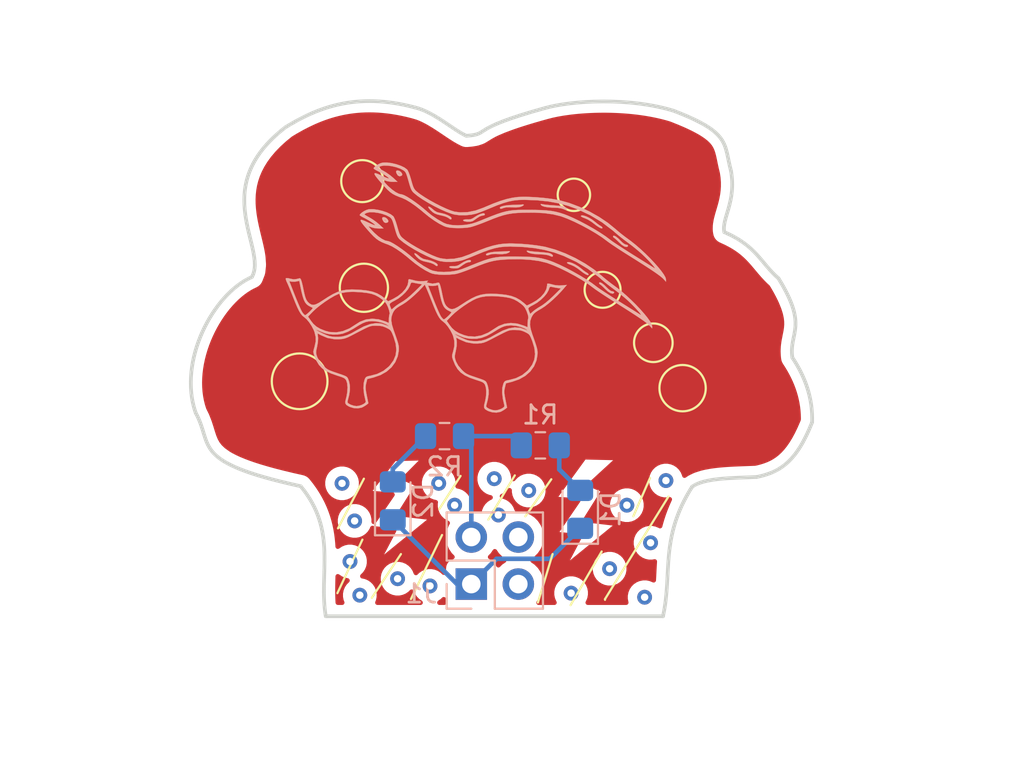
<source format=kicad_pcb>
(kicad_pcb (version 20171130) (host pcbnew 5.1.6-c6e7f7d~87~ubuntu18.04.1)

  (general
    (thickness 1.6)
    (drawings 37)
    (tracks 30)
    (zones 0)
    (modules 10)
    (nets 7)
  )

  (page A4)
  (layers
    (0 F.Cu signal)
    (31 B.Cu signal)
    (32 B.Adhes user)
    (33 F.Adhes user)
    (34 B.Paste user)
    (35 F.Paste user)
    (36 B.SilkS user)
    (37 F.SilkS user)
    (38 B.Mask user)
    (39 F.Mask user)
    (40 Dwgs.User user)
    (41 Cmts.User user)
    (42 Eco1.User user)
    (43 Eco2.User user)
    (44 Edge.Cuts user)
    (45 Margin user)
    (46 B.CrtYd user)
    (47 F.CrtYd user)
    (48 B.Fab user)
    (49 F.Fab user)
  )

  (setup
    (last_trace_width 0.25)
    (trace_clearance 0.2)
    (zone_clearance 0.508)
    (zone_45_only no)
    (trace_min 0.2)
    (via_size 0.8)
    (via_drill 0.4)
    (via_min_size 0.4)
    (via_min_drill 0.3)
    (uvia_size 0.3)
    (uvia_drill 0.1)
    (uvias_allowed no)
    (uvia_min_size 0.2)
    (uvia_min_drill 0.1)
    (edge_width 0.05)
    (segment_width 0.2)
    (pcb_text_width 0.3)
    (pcb_text_size 1.5 1.5)
    (mod_edge_width 0.12)
    (mod_text_size 1 1)
    (mod_text_width 0.15)
    (pad_size 1.524 1.524)
    (pad_drill 0.762)
    (pad_to_mask_clearance 0.05)
    (aux_axis_origin 0 0)
    (visible_elements FFFFFF7F)
    (pcbplotparams
      (layerselection 0x010fc_ffffffff)
      (usegerberextensions true)
      (usegerberattributes false)
      (usegerberadvancedattributes false)
      (creategerberjobfile false)
      (excludeedgelayer true)
      (linewidth 0.100000)
      (plotframeref false)
      (viasonmask false)
      (mode 1)
      (useauxorigin false)
      (hpglpennumber 1)
      (hpglpenspeed 20)
      (hpglpendiameter 15.000000)
      (psnegative false)
      (psa4output false)
      (plotreference true)
      (plotvalue true)
      (plotinvisibletext false)
      (padsonsilk false)
      (subtractmaskfromsilk true)
      (outputformat 1)
      (mirror false)
      (drillshape 0)
      (scaleselection 1)
      (outputdirectory "cloud-gerbers/"))
  )

  (net 0 "")
  (net 1 "Net-(D1-Pad2)")
  (net 2 GND)
  (net 3 "Net-(D2-Pad2)")
  (net 4 "Net-(J1-Pad4)")
  (net 5 "Net-(J1-Pad2)")
  (net 6 VCC)

  (net_class Default "This is the default net class."
    (clearance 0.2)
    (trace_width 0.25)
    (via_dia 0.8)
    (via_drill 0.4)
    (uvia_dia 0.3)
    (uvia_drill 0.1)
    (add_net GND)
    (add_net "Net-(D1-Pad2)")
    (add_net "Net-(D2-Pad2)")
    (add_net "Net-(J1-Pad2)")
    (add_net "Net-(J1-Pad4)")
    (add_net VCC)
  )

  (module cloud:bladder (layer B.Cu) (tedit 0) (tstamp 5F162920)
    (at 130.73 81.94 180)
    (fp_text reference G*** (at 0 0) (layer B.SilkS) hide
      (effects (font (size 1.524 1.524) (thickness 0.3)) (justify mirror))
    )
    (fp_text value LOGO (at 0.75 0) (layer B.SilkS) hide
      (effects (font (size 1.524 1.524) (thickness 0.3)) (justify mirror))
    )
    (fp_poly (pts (xy 3.823122 3.475144) (xy 3.826873 3.419471) (xy 3.795266 3.319201) (xy 3.768559 3.261415)
      (xy 3.720627 3.157967) (xy 3.650773 2.994951) (xy 3.567148 2.791946) (xy 3.477905 2.56853)
      (xy 3.445439 2.4855) (xy 3.315945 2.160268) (xy 3.206597 1.905633) (xy 3.111867 1.71151)
      (xy 3.026225 1.567817) (xy 2.944144 1.464468) (xy 2.860093 1.391382) (xy 2.837107 1.376011)
      (xy 2.704389 1.262177) (xy 2.562647 1.092118) (xy 2.428889 0.890175) (xy 2.320128 0.680687)
      (xy 2.279572 0.578228) (xy 2.215205 0.313342) (xy 2.213893 0.053573) (xy 2.275666 -0.23111)
      (xy 2.280373 -0.246412) (xy 2.32245 -0.390935) (xy 2.337779 -0.490576) (xy 2.326876 -0.580609)
      (xy 2.290259 -0.696309) (xy 2.287103 -0.705267) (xy 2.172982 -0.981046) (xy 2.037916 -1.204418)
      (xy 1.869378 -1.386052) (xy 1.654838 -1.536617) (xy 1.381769 -1.666785) (xy 1.037643 -1.787223)
      (xy 1.004832 -1.797318) (xy 0.822527 -1.856094) (xy 0.703338 -1.905193) (xy 0.628197 -1.955287)
      (xy 0.578037 -2.017048) (xy 0.561863 -2.045231) (xy 0.511918 -2.202518) (xy 0.493081 -2.414748)
      (xy 0.505142 -2.658201) (xy 0.547895 -2.909156) (xy 0.570173 -2.994728) (xy 0.611363 -3.166228)
      (xy 0.609752 -3.282425) (xy 0.555436 -3.366028) (xy 0.438513 -3.439746) (xy 0.359833 -3.477113)
      (xy 0.155882 -3.537431) (xy -0.062927 -3.549949) (xy -0.260907 -3.513969) (xy -0.3175 -3.490381)
      (xy -0.439455 -3.421095) (xy -0.538511 -3.353761) (xy -0.632522 -3.280834) (xy -0.546057 -2.85363)
      (xy -0.506972 -2.649896) (xy -0.486416 -2.50374) (xy -0.483234 -2.390391) (xy -0.496273 -2.285081)
      (xy -0.515546 -2.198338) (xy -0.5715 -1.97025) (xy -0.910538 -1.884132) (xy -1.290316 -1.752281)
      (xy -1.616559 -1.566223) (xy -1.883642 -1.331838) (xy -2.085942 -1.055005) (xy -2.217837 -0.741602)
      (xy -2.26932 -0.463609) (xy -2.274879 -0.386081) (xy -2.141929 -0.386081) (xy -2.101987 -0.68744)
      (xy -1.984721 -0.967715) (xy -1.78902 -1.233596) (xy -1.727581 -1.298732) (xy -1.445563 -1.525575)
      (xy -1.109879 -1.690871) (xy -0.758576 -1.785242) (xy -0.61324 -1.81456) (xy -0.526799 -1.848203)
      (xy -0.4742 -1.90148) (xy -0.43269 -1.984377) (xy -0.376708 -2.199928) (xy -0.366445 -2.473699)
      (xy -0.40129 -2.793043) (xy -0.48063 -3.145314) (xy -0.490605 -3.18054) (xy -0.468717 -3.242369)
      (xy -0.385307 -3.30886) (xy -0.262107 -3.369277) (xy -0.120851 -3.412884) (xy 0.01227 -3.428967)
      (xy 0.154447 -3.408688) (xy 0.308356 -3.358257) (xy 0.344511 -3.341352) (xy 0.450887 -3.279044)
      (xy 0.493645 -3.225255) (xy 0.489313 -3.161435) (xy 0.405371 -2.834587) (xy 0.364005 -2.562716)
      (xy 0.364597 -2.32798) (xy 0.40653 -2.112539) (xy 0.44879 -1.991289) (xy 0.478315 -1.923235)
      (xy 0.513207 -1.871638) (xy 0.567794 -1.828295) (xy 0.656404 -1.784999) (xy 0.793365 -1.733547)
      (xy 0.993004 -1.665733) (xy 1.051189 -1.646327) (xy 1.273183 -1.570855) (xy 1.433474 -1.510334)
      (xy 1.551169 -1.454451) (xy 1.645375 -1.392896) (xy 1.735202 -1.315359) (xy 1.820297 -1.231299)
      (xy 2.004934 -1.013999) (xy 2.120346 -0.802854) (xy 2.132962 -0.769102) (xy 2.172271 -0.649766)
      (xy 2.189969 -0.557038) (xy 2.186325 -0.460542) (xy 2.161609 -0.329907) (xy 2.137758 -0.226669)
      (xy 2.092609 0.028589) (xy 2.083419 0.246574) (xy 2.087407 0.294632) (xy 2.111639 0.49923)
      (xy 1.934236 0.401152) (xy 1.575604 0.250335) (xy 1.195472 0.180357) (xy 0.943576 0.179147)
      (xy 0.770532 0.196257) (xy 0.624649 0.228913) (xy 0.473031 0.287154) (xy 0.284049 0.380352)
      (xy -0.016724 0.537197) (xy -0.252999 0.659597) (xy -0.435581 0.751816) (xy -0.575275 0.818115)
      (xy -0.682883 0.862757) (xy -0.769212 0.890003) (xy -0.845064 0.904117) (xy -0.921243 0.90936)
      (xy -1.008555 0.909993) (xy -1.058333 0.909913) (xy -1.252664 0.903343) (xy -1.402305 0.877773)
      (xy -1.546545 0.824959) (xy -1.613292 0.793494) (xy -1.725257 0.7361) (xy -1.802088 0.683109)
      (xy -1.859228 0.614789) (xy -1.912118 0.511412) (xy -1.976198 0.353247) (xy -1.994292 0.306661)
      (xy -2.10566 -0.056945) (xy -2.141929 -0.386081) (xy -2.274879 -0.386081) (xy -2.27684 -0.358736)
      (xy -2.276908 -0.2648) (xy -2.266177 -0.167889) (xy -2.241297 -0.054088) (xy -2.198919 0.090516)
      (xy -2.135695 0.279837) (xy -2.048276 0.527789) (xy -1.994722 0.677333) (xy -1.930033 0.887597)
      (xy -1.730914 0.887597) (xy -1.680584 0.902902) (xy -1.609912 0.935059) (xy -1.335713 1.028994)
      (xy -1.043443 1.050339) (xy -0.72822 0.998284) (xy -0.385159 0.872019) (xy -0.009377 0.670732)
      (xy -0.006303 0.668863) (xy 0.280188 0.506828) (xy 0.527606 0.397233) (xy 0.757482 0.333391)
      (xy 0.991348 0.308619) (xy 1.149499 0.310024) (xy 1.324739 0.323061) (xy 1.47125 0.350599)
      (xy 1.621588 0.401571) (xy 1.808309 0.484912) (xy 1.837416 0.498812) (xy 2.01696 0.587653)
      (xy 2.135636 0.65157) (xy 2.190786 0.687641) (xy 2.179751 0.692945) (xy 2.099875 0.664561)
      (xy 1.948498 0.599568) (xy 1.915583 0.584723) (xy 1.698253 0.500465) (xy 1.483848 0.453122)
      (xy 1.291167 0.434517) (xy 1.007625 0.437723) (xy 0.739807 0.487795) (xy 0.46716 0.591064)
      (xy 0.169138 0.75386) (xy 0.086824 0.805523) (xy -0.144394 0.948727) (xy -0.328749 1.047928)
      (xy -0.486583 1.110617) (xy -0.638242 1.144282) (xy -0.80407 1.156412) (xy -0.867833 1.15696)
      (xy -1.117197 1.134998) (xy -1.366651 1.076281) (xy -1.586035 0.989641) (xy -1.717032 0.908239)
      (xy -1.730914 0.887597) (xy -1.930033 0.887597) (xy -1.907281 0.961546) (xy -1.870483 1.195806)
      (xy -1.883506 1.397392) (xy -1.944822 1.581462) (xy -1.780658 1.581462) (xy -1.773881 1.542949)
      (xy -1.753608 1.45115) (xy -1.740617 1.317308) (xy -1.738642 1.260921) (xy -1.735667 1.061342)
      (xy -1.551939 1.140097) (xy -1.190627 1.255011) (xy -0.835398 1.290071) (xy -0.494014 1.24597)
      (xy -0.17424 1.123399) (xy 0.02112 0.999914) (xy 0.387296 0.766944) (xy 0.748085 0.618306)
      (xy 1.104057 0.553873) (xy 1.455779 0.573519) (xy 1.685996 0.632528) (xy 1.960488 0.740492)
      (xy 2.171799 0.863146) (xy 2.341412 1.015202) (xy 2.455849 1.159765) (xy 2.626112 1.402823)
      (xy 2.369196 1.670374) (xy 2.186877 1.840614) (xy 2.147553 1.872362) (xy 2.373307 1.872362)
      (xy 2.386523 1.838242) (xy 2.44612 1.76791) (xy 2.533384 1.679293) (xy 2.629602 1.590321)
      (xy 2.71606 1.51892) (xy 2.774046 1.48302) (xy 2.781116 1.481666) (xy 2.833896 1.514763)
      (xy 2.906383 1.598762) (xy 2.943515 1.653136) (xy 2.993771 1.747697) (xy 3.066947 1.905128)
      (xy 3.155921 2.109142) (xy 3.253573 2.34345) (xy 3.343356 2.567688) (xy 3.634952 3.310771)
      (xy 3.503091 3.291418) (xy 3.361657 3.287137) (xy 3.235399 3.302699) (xy 3.099568 3.333334)
      (xy 3.047777 3.07425) (xy 2.979873 2.752872) (xy 2.917225 2.503949) (xy 2.85466 2.315915)
      (xy 2.787002 2.177204) (xy 2.709077 2.076248) (xy 2.615711 2.001482) (xy 2.551583 1.965121)
      (xy 2.448695 1.912326) (xy 2.382586 1.87758) (xy 2.373307 1.872362) (xy 2.147553 1.872362)
      (xy 1.957014 2.026189) (xy 1.701638 2.211769) (xy 1.442781 2.382023) (xy 1.202474 2.521621)
      (xy 1.022449 2.607498) (xy 0.782692 2.683684) (xy 0.513036 2.72731) (xy 0.197935 2.739673)
      (xy -0.17816 2.722067) (xy -0.265104 2.714794) (xy -0.563638 2.68059) (xy -0.80147 2.632442)
      (xy -1.002367 2.562165) (xy -1.190099 2.461577) (xy -1.375104 2.332599) (xy -1.510533 2.217042)
      (xy -1.604659 2.095644) (xy -1.683904 1.932836) (xy -1.698022 1.897912) (xy -1.761356 1.710592)
      (xy -1.780658 1.581462) (xy -1.944822 1.581462) (xy -1.945528 1.583579) (xy -1.95103 1.595136)
      (xy -2.009497 1.702465) (xy -2.077773 1.789897) (xy -2.17252 1.871959) (xy -2.310404 1.963179)
      (xy -2.499277 2.073108) (xy -2.675072 2.18935) (xy -2.886641 2.355718) (xy -3.11646 2.556555)
      (xy -3.347006 2.776201) (xy -3.560753 2.998999) (xy -3.655449 3.106215) (xy -3.693123 3.150314)
      (xy -3.534833 3.150314) (xy -3.129879 2.749907) (xy -2.915441 2.548976) (xy -2.707818 2.374767)
      (xy -2.526234 2.242964) (xy -2.457536 2.201333) (xy -2.295695 2.104175) (xy -2.140178 1.998516)
      (xy -2.03699 1.917549) (xy -1.883833 1.781932) (xy -1.832826 1.896382) (xy -1.794797 2.001282)
      (xy -1.78035 2.074333) (xy -1.816533 2.125743) (xy -1.91614 2.194765) (xy -2.042787 2.260676)
      (xy -2.246257 2.377904) (xy -2.44891 2.533578) (xy -2.6327 2.709988) (xy -2.779582 2.889423)
      (xy -2.871509 3.054173) (xy -2.881796 3.084085) (xy -2.919123 3.194113) (xy -2.957734 3.240755)
      (xy -3.020496 3.242496) (xy -3.065816 3.232833) (xy -3.198016 3.205535) (xy -3.348567 3.179037)
      (xy -3.3655 3.176382) (xy -3.534833 3.150314) (xy -3.693123 3.150314) (xy -3.858303 3.343659)
      (xy -3.611902 3.319049) (xy -3.430251 3.313835) (xy -3.249482 3.328908) (xy -3.175 3.343472)
      (xy -2.996174 3.389479) (xy -2.884144 3.41487) (xy -2.823329 3.418587) (xy -2.798147 3.399572)
      (xy -2.793017 3.356764) (xy -2.79307 3.317518) (xy -2.751616 3.112403) (xy -2.636688 2.902018)
      (xy -2.457872 2.697514) (xy -2.224753 2.510045) (xy -1.97304 2.363424) (xy -1.70019 2.228876)
      (xy -1.550277 2.360501) (xy -1.335626 2.527856) (xy -1.111965 2.654791) (xy -0.862452 2.746931)
      (xy -0.570246 2.809899) (xy -0.218506 2.849321) (xy -0.054974 2.859887) (xy 0.265729 2.869143)
      (xy 0.541217 2.855245) (xy 0.790082 2.81247) (xy 1.030913 2.735097) (xy 1.282303 2.617404)
      (xy 1.562842 2.453668) (xy 1.829293 2.279948) (xy 2.041116 2.145995) (xy 2.204684 2.065768)
      (xy 2.334442 2.036097) (xy 2.444835 2.053811) (xy 2.55031 2.115741) (xy 2.556303 2.120404)
      (xy 2.64892 2.208598) (xy 2.72031 2.318638) (xy 2.778545 2.468663) (xy 2.831698 2.676812)
      (xy 2.856055 2.794) (xy 2.913274 3.067709) (xy 2.961574 3.264795) (xy 3.003213 3.392558)
      (xy 3.04045 3.458301) (xy 3.065563 3.471333) (xy 3.135734 3.460372) (xy 3.242994 3.43376)
      (xy 3.250945 3.431501) (xy 3.402788 3.414853) (xy 3.585903 3.45068) (xy 3.588442 3.451442)
      (xy 3.710975 3.479492) (xy 3.799798 3.483737) (xy 3.823122 3.475144)) (layer B.SilkS) (width 0.01))
  )

  (module cloud:bladder (layer B.Cu) (tedit 0) (tstamp 5F162913)
    (at 123.24 81.71 180)
    (fp_text reference G*** (at 0 0) (layer B.SilkS) hide
      (effects (font (size 1.524 1.524) (thickness 0.3)) (justify mirror))
    )
    (fp_text value LOGO (at 0.75 0) (layer B.SilkS) hide
      (effects (font (size 1.524 1.524) (thickness 0.3)) (justify mirror))
    )
    (fp_poly (pts (xy 3.823122 3.475144) (xy 3.826873 3.419471) (xy 3.795266 3.319201) (xy 3.768559 3.261415)
      (xy 3.720627 3.157967) (xy 3.650773 2.994951) (xy 3.567148 2.791946) (xy 3.477905 2.56853)
      (xy 3.445439 2.4855) (xy 3.315945 2.160268) (xy 3.206597 1.905633) (xy 3.111867 1.71151)
      (xy 3.026225 1.567817) (xy 2.944144 1.464468) (xy 2.860093 1.391382) (xy 2.837107 1.376011)
      (xy 2.704389 1.262177) (xy 2.562647 1.092118) (xy 2.428889 0.890175) (xy 2.320128 0.680687)
      (xy 2.279572 0.578228) (xy 2.215205 0.313342) (xy 2.213893 0.053573) (xy 2.275666 -0.23111)
      (xy 2.280373 -0.246412) (xy 2.32245 -0.390935) (xy 2.337779 -0.490576) (xy 2.326876 -0.580609)
      (xy 2.290259 -0.696309) (xy 2.287103 -0.705267) (xy 2.172982 -0.981046) (xy 2.037916 -1.204418)
      (xy 1.869378 -1.386052) (xy 1.654838 -1.536617) (xy 1.381769 -1.666785) (xy 1.037643 -1.787223)
      (xy 1.004832 -1.797318) (xy 0.822527 -1.856094) (xy 0.703338 -1.905193) (xy 0.628197 -1.955287)
      (xy 0.578037 -2.017048) (xy 0.561863 -2.045231) (xy 0.511918 -2.202518) (xy 0.493081 -2.414748)
      (xy 0.505142 -2.658201) (xy 0.547895 -2.909156) (xy 0.570173 -2.994728) (xy 0.611363 -3.166228)
      (xy 0.609752 -3.282425) (xy 0.555436 -3.366028) (xy 0.438513 -3.439746) (xy 0.359833 -3.477113)
      (xy 0.155882 -3.537431) (xy -0.062927 -3.549949) (xy -0.260907 -3.513969) (xy -0.3175 -3.490381)
      (xy -0.439455 -3.421095) (xy -0.538511 -3.353761) (xy -0.632522 -3.280834) (xy -0.546057 -2.85363)
      (xy -0.506972 -2.649896) (xy -0.486416 -2.50374) (xy -0.483234 -2.390391) (xy -0.496273 -2.285081)
      (xy -0.515546 -2.198338) (xy -0.5715 -1.97025) (xy -0.910538 -1.884132) (xy -1.290316 -1.752281)
      (xy -1.616559 -1.566223) (xy -1.883642 -1.331838) (xy -2.085942 -1.055005) (xy -2.217837 -0.741602)
      (xy -2.26932 -0.463609) (xy -2.274879 -0.386081) (xy -2.141929 -0.386081) (xy -2.101987 -0.68744)
      (xy -1.984721 -0.967715) (xy -1.78902 -1.233596) (xy -1.727581 -1.298732) (xy -1.445563 -1.525575)
      (xy -1.109879 -1.690871) (xy -0.758576 -1.785242) (xy -0.61324 -1.81456) (xy -0.526799 -1.848203)
      (xy -0.4742 -1.90148) (xy -0.43269 -1.984377) (xy -0.376708 -2.199928) (xy -0.366445 -2.473699)
      (xy -0.40129 -2.793043) (xy -0.48063 -3.145314) (xy -0.490605 -3.18054) (xy -0.468717 -3.242369)
      (xy -0.385307 -3.30886) (xy -0.262107 -3.369277) (xy -0.120851 -3.412884) (xy 0.01227 -3.428967)
      (xy 0.154447 -3.408688) (xy 0.308356 -3.358257) (xy 0.344511 -3.341352) (xy 0.450887 -3.279044)
      (xy 0.493645 -3.225255) (xy 0.489313 -3.161435) (xy 0.405371 -2.834587) (xy 0.364005 -2.562716)
      (xy 0.364597 -2.32798) (xy 0.40653 -2.112539) (xy 0.44879 -1.991289) (xy 0.478315 -1.923235)
      (xy 0.513207 -1.871638) (xy 0.567794 -1.828295) (xy 0.656404 -1.784999) (xy 0.793365 -1.733547)
      (xy 0.993004 -1.665733) (xy 1.051189 -1.646327) (xy 1.273183 -1.570855) (xy 1.433474 -1.510334)
      (xy 1.551169 -1.454451) (xy 1.645375 -1.392896) (xy 1.735202 -1.315359) (xy 1.820297 -1.231299)
      (xy 2.004934 -1.013999) (xy 2.120346 -0.802854) (xy 2.132962 -0.769102) (xy 2.172271 -0.649766)
      (xy 2.189969 -0.557038) (xy 2.186325 -0.460542) (xy 2.161609 -0.329907) (xy 2.137758 -0.226669)
      (xy 2.092609 0.028589) (xy 2.083419 0.246574) (xy 2.087407 0.294632) (xy 2.111639 0.49923)
      (xy 1.934236 0.401152) (xy 1.575604 0.250335) (xy 1.195472 0.180357) (xy 0.943576 0.179147)
      (xy 0.770532 0.196257) (xy 0.624649 0.228913) (xy 0.473031 0.287154) (xy 0.284049 0.380352)
      (xy -0.016724 0.537197) (xy -0.252999 0.659597) (xy -0.435581 0.751816) (xy -0.575275 0.818115)
      (xy -0.682883 0.862757) (xy -0.769212 0.890003) (xy -0.845064 0.904117) (xy -0.921243 0.90936)
      (xy -1.008555 0.909993) (xy -1.058333 0.909913) (xy -1.252664 0.903343) (xy -1.402305 0.877773)
      (xy -1.546545 0.824959) (xy -1.613292 0.793494) (xy -1.725257 0.7361) (xy -1.802088 0.683109)
      (xy -1.859228 0.614789) (xy -1.912118 0.511412) (xy -1.976198 0.353247) (xy -1.994292 0.306661)
      (xy -2.10566 -0.056945) (xy -2.141929 -0.386081) (xy -2.274879 -0.386081) (xy -2.27684 -0.358736)
      (xy -2.276908 -0.2648) (xy -2.266177 -0.167889) (xy -2.241297 -0.054088) (xy -2.198919 0.090516)
      (xy -2.135695 0.279837) (xy -2.048276 0.527789) (xy -1.994722 0.677333) (xy -1.930033 0.887597)
      (xy -1.730914 0.887597) (xy -1.680584 0.902902) (xy -1.609912 0.935059) (xy -1.335713 1.028994)
      (xy -1.043443 1.050339) (xy -0.72822 0.998284) (xy -0.385159 0.872019) (xy -0.009377 0.670732)
      (xy -0.006303 0.668863) (xy 0.280188 0.506828) (xy 0.527606 0.397233) (xy 0.757482 0.333391)
      (xy 0.991348 0.308619) (xy 1.149499 0.310024) (xy 1.324739 0.323061) (xy 1.47125 0.350599)
      (xy 1.621588 0.401571) (xy 1.808309 0.484912) (xy 1.837416 0.498812) (xy 2.01696 0.587653)
      (xy 2.135636 0.65157) (xy 2.190786 0.687641) (xy 2.179751 0.692945) (xy 2.099875 0.664561)
      (xy 1.948498 0.599568) (xy 1.915583 0.584723) (xy 1.698253 0.500465) (xy 1.483848 0.453122)
      (xy 1.291167 0.434517) (xy 1.007625 0.437723) (xy 0.739807 0.487795) (xy 0.46716 0.591064)
      (xy 0.169138 0.75386) (xy 0.086824 0.805523) (xy -0.144394 0.948727) (xy -0.328749 1.047928)
      (xy -0.486583 1.110617) (xy -0.638242 1.144282) (xy -0.80407 1.156412) (xy -0.867833 1.15696)
      (xy -1.117197 1.134998) (xy -1.366651 1.076281) (xy -1.586035 0.989641) (xy -1.717032 0.908239)
      (xy -1.730914 0.887597) (xy -1.930033 0.887597) (xy -1.907281 0.961546) (xy -1.870483 1.195806)
      (xy -1.883506 1.397392) (xy -1.944822 1.581462) (xy -1.780658 1.581462) (xy -1.773881 1.542949)
      (xy -1.753608 1.45115) (xy -1.740617 1.317308) (xy -1.738642 1.260921) (xy -1.735667 1.061342)
      (xy -1.551939 1.140097) (xy -1.190627 1.255011) (xy -0.835398 1.290071) (xy -0.494014 1.24597)
      (xy -0.17424 1.123399) (xy 0.02112 0.999914) (xy 0.387296 0.766944) (xy 0.748085 0.618306)
      (xy 1.104057 0.553873) (xy 1.455779 0.573519) (xy 1.685996 0.632528) (xy 1.960488 0.740492)
      (xy 2.171799 0.863146) (xy 2.341412 1.015202) (xy 2.455849 1.159765) (xy 2.626112 1.402823)
      (xy 2.369196 1.670374) (xy 2.186877 1.840614) (xy 2.147553 1.872362) (xy 2.373307 1.872362)
      (xy 2.386523 1.838242) (xy 2.44612 1.76791) (xy 2.533384 1.679293) (xy 2.629602 1.590321)
      (xy 2.71606 1.51892) (xy 2.774046 1.48302) (xy 2.781116 1.481666) (xy 2.833896 1.514763)
      (xy 2.906383 1.598762) (xy 2.943515 1.653136) (xy 2.993771 1.747697) (xy 3.066947 1.905128)
      (xy 3.155921 2.109142) (xy 3.253573 2.34345) (xy 3.343356 2.567688) (xy 3.634952 3.310771)
      (xy 3.503091 3.291418) (xy 3.361657 3.287137) (xy 3.235399 3.302699) (xy 3.099568 3.333334)
      (xy 3.047777 3.07425) (xy 2.979873 2.752872) (xy 2.917225 2.503949) (xy 2.85466 2.315915)
      (xy 2.787002 2.177204) (xy 2.709077 2.076248) (xy 2.615711 2.001482) (xy 2.551583 1.965121)
      (xy 2.448695 1.912326) (xy 2.382586 1.87758) (xy 2.373307 1.872362) (xy 2.147553 1.872362)
      (xy 1.957014 2.026189) (xy 1.701638 2.211769) (xy 1.442781 2.382023) (xy 1.202474 2.521621)
      (xy 1.022449 2.607498) (xy 0.782692 2.683684) (xy 0.513036 2.72731) (xy 0.197935 2.739673)
      (xy -0.17816 2.722067) (xy -0.265104 2.714794) (xy -0.563638 2.68059) (xy -0.80147 2.632442)
      (xy -1.002367 2.562165) (xy -1.190099 2.461577) (xy -1.375104 2.332599) (xy -1.510533 2.217042)
      (xy -1.604659 2.095644) (xy -1.683904 1.932836) (xy -1.698022 1.897912) (xy -1.761356 1.710592)
      (xy -1.780658 1.581462) (xy -1.944822 1.581462) (xy -1.945528 1.583579) (xy -1.95103 1.595136)
      (xy -2.009497 1.702465) (xy -2.077773 1.789897) (xy -2.17252 1.871959) (xy -2.310404 1.963179)
      (xy -2.499277 2.073108) (xy -2.675072 2.18935) (xy -2.886641 2.355718) (xy -3.11646 2.556555)
      (xy -3.347006 2.776201) (xy -3.560753 2.998999) (xy -3.655449 3.106215) (xy -3.693123 3.150314)
      (xy -3.534833 3.150314) (xy -3.129879 2.749907) (xy -2.915441 2.548976) (xy -2.707818 2.374767)
      (xy -2.526234 2.242964) (xy -2.457536 2.201333) (xy -2.295695 2.104175) (xy -2.140178 1.998516)
      (xy -2.03699 1.917549) (xy -1.883833 1.781932) (xy -1.832826 1.896382) (xy -1.794797 2.001282)
      (xy -1.78035 2.074333) (xy -1.816533 2.125743) (xy -1.91614 2.194765) (xy -2.042787 2.260676)
      (xy -2.246257 2.377904) (xy -2.44891 2.533578) (xy -2.6327 2.709988) (xy -2.779582 2.889423)
      (xy -2.871509 3.054173) (xy -2.881796 3.084085) (xy -2.919123 3.194113) (xy -2.957734 3.240755)
      (xy -3.020496 3.242496) (xy -3.065816 3.232833) (xy -3.198016 3.205535) (xy -3.348567 3.179037)
      (xy -3.3655 3.176382) (xy -3.534833 3.150314) (xy -3.693123 3.150314) (xy -3.858303 3.343659)
      (xy -3.611902 3.319049) (xy -3.430251 3.313835) (xy -3.249482 3.328908) (xy -3.175 3.343472)
      (xy -2.996174 3.389479) (xy -2.884144 3.41487) (xy -2.823329 3.418587) (xy -2.798147 3.399572)
      (xy -2.793017 3.356764) (xy -2.79307 3.317518) (xy -2.751616 3.112403) (xy -2.636688 2.902018)
      (xy -2.457872 2.697514) (xy -2.224753 2.510045) (xy -1.97304 2.363424) (xy -1.70019 2.228876)
      (xy -1.550277 2.360501) (xy -1.335626 2.527856) (xy -1.111965 2.654791) (xy -0.862452 2.746931)
      (xy -0.570246 2.809899) (xy -0.218506 2.849321) (xy -0.054974 2.859887) (xy 0.265729 2.869143)
      (xy 0.541217 2.855245) (xy 0.790082 2.81247) (xy 1.030913 2.735097) (xy 1.282303 2.617404)
      (xy 1.562842 2.453668) (xy 1.829293 2.279948) (xy 2.041116 2.145995) (xy 2.204684 2.065768)
      (xy 2.334442 2.036097) (xy 2.444835 2.053811) (xy 2.55031 2.115741) (xy 2.556303 2.120404)
      (xy 2.64892 2.208598) (xy 2.72031 2.318638) (xy 2.778545 2.468663) (xy 2.831698 2.676812)
      (xy 2.856055 2.794) (xy 2.913274 3.067709) (xy 2.961574 3.264795) (xy 3.003213 3.392558)
      (xy 3.04045 3.458301) (xy 3.065563 3.471333) (xy 3.135734 3.460372) (xy 3.242994 3.43376)
      (xy 3.250945 3.431501) (xy 3.402788 3.414853) (xy 3.585903 3.45068) (xy 3.588442 3.451442)
      (xy 3.710975 3.479492) (xy 3.799798 3.483737) (xy 3.823122 3.475144)) (layer B.SilkS) (width 0.01))
  )

  (module cloud:snake (layer B.Cu) (tedit 0) (tstamp 5F1628F1)
    (at 131.32 77.71 180)
    (fp_text reference G*** (at 0 0) (layer B.SilkS) hide
      (effects (font (size 1.524 1.524) (thickness 0.3)) (justify mirror))
    )
    (fp_text value LOGO (at 0.75 0) (layer B.SilkS) hide
      (effects (font (size 1.524 1.524) (thickness 0.3)) (justify mirror))
    )
    (fp_poly (pts (xy 6.662016 2.76908) (xy 6.703015 2.733157) (xy 6.693248 2.659422) (xy 6.683601 2.63251)
      (xy 6.608469 2.505972) (xy 6.511982 2.458584) (xy 6.398928 2.49269) (xy 6.398545 2.492931)
      (xy 6.365606 2.551378) (xy 6.382673 2.6035) (xy 6.519333 2.6035) (xy 6.5405 2.582333)
      (xy 6.561666 2.6035) (xy 6.5405 2.624667) (xy 6.519333 2.6035) (xy 6.382673 2.6035)
      (xy 6.390665 2.627903) (xy 6.4556 2.703513) (xy 6.54229 2.759214) (xy 6.632613 2.776014)
      (xy 6.662016 2.76908)) (layer B.SilkS) (width 0.01))
    (fp_poly (pts (xy -0.105834 0.93793) (xy -0.027534 0.930844) (xy 0.111512 0.924034) (xy 0.287388 0.918545)
      (xy 0.381 0.916635) (xy 0.61008 0.904858) (xy 0.81118 0.879605) (xy 0.969625 0.844046)
      (xy 1.070743 0.801349) (xy 1.100666 0.761216) (xy 1.071117 0.710446) (xy 0.9818 0.718194)
      (xy 0.910166 0.745873) (xy 0.771446 0.78008) (xy 0.566415 0.785904) (xy 0.465666 0.780603)
      (xy 0.216049 0.776937) (xy 0.015898 0.801805) (xy -0.026509 0.813204) (xy -0.130598 0.857031)
      (xy -0.188063 0.901778) (xy -0.190515 0.934257) (xy -0.129567 0.941279) (xy -0.105834 0.93793)) (layer B.SilkS) (width 0.01))
    (fp_poly (pts (xy -1.106618 0.935428) (xy -1.108976 0.927574) (xy -1.170561 0.867658) (xy -1.303997 0.818972)
      (xy -1.496885 0.784384) (xy -1.736822 0.766761) (xy -1.81111 0.765254) (xy -2.025195 0.754475)
      (xy -2.207019 0.728747) (xy -2.313697 0.6985) (xy -2.421173 0.65441) (xy -2.475126 0.639115)
      (xy -2.500425 0.64942) (xy -2.515869 0.672537) (xy -2.506353 0.728217) (xy -2.423669 0.790822)
      (xy -2.3495 0.825342) (xy -2.274553 0.841755) (xy -2.135827 0.860227) (xy -1.954095 0.878342)
      (xy -1.778 0.891874) (xy -1.573688 0.907536) (xy -1.392306 0.925219) (xy -1.255462 0.942589)
      (xy -1.19025 0.95538) (xy -1.117897 0.967727) (xy -1.106618 0.935428)) (layer B.SilkS) (width 0.01))
    (fp_poly (pts (xy 4.964867 0.814551) (xy 4.94572 0.755371) (xy 4.862366 0.650903) (xy 4.844997 0.632779)
      (xy 4.729474 0.525514) (xy 4.614982 0.451007) (xy 4.475256 0.396789) (xy 4.284028 0.35039)
      (xy 4.225322 0.338595) (xy 4.071827 0.29778) (xy 3.937821 0.243978) (xy 3.879978 0.2092)
      (xy 3.79069 0.144882) (xy 3.741014 0.131548) (xy 3.707999 0.163134) (xy 3.707663 0.163676)
      (xy 3.713857 0.223666) (xy 3.787487 0.292474) (xy 3.913008 0.362114) (xy 4.074873 0.424603)
      (xy 4.257536 0.471956) (xy 4.333073 0.484889) (xy 4.489688 0.524065) (xy 4.626789 0.603073)
      (xy 4.722778 0.68426) (xy 4.844826 0.782606) (xy 4.928379 0.824833) (xy 4.964867 0.814551)) (layer B.SilkS) (width 0.01))
    (fp_poly (pts (xy 2.152685 0.423518) (xy 2.304044 0.353419) (xy 2.433786 0.273548) (xy 2.570991 0.186174)
      (xy 2.67792 0.142097) (xy 2.788943 0.12994) (xy 2.859971 0.132472) (xy 2.986751 0.129314)
      (xy 3.06496 0.107162) (xy 3.083949 0.074214) (xy 3.033069 0.038666) (xy 2.996814 0.027135)
      (xy 2.859586 0.006984) (xy 2.708355 0.007674) (xy 2.589969 0.028814) (xy 2.585362 0.030555)
      (xy 2.519172 0.068577) (xy 2.414414 0.140453) (xy 2.338703 0.196546) (xy 2.188645 0.290872)
      (xy 2.057032 0.336411) (xy 2.028757 0.338667) (xy 1.932629 0.356266) (xy 1.905 0.407706)
      (xy 1.937681 0.454589) (xy 2.025403 0.458551) (xy 2.152685 0.423518)) (layer B.SilkS) (width 0.01))
    (fp_poly (pts (xy -3.273325 0.314919) (xy -3.30138 0.278833) (xy -3.389885 0.232688) (xy -3.481057 0.199268)
      (xy -3.651838 0.124047) (xy -3.842632 0.006847) (xy -3.960038 -0.081636) (xy -4.138448 -0.218727)
      (xy -4.283133 -0.310934) (xy -4.386103 -0.354277) (xy -4.439368 -0.344776) (xy -4.445 -0.323247)
      (xy -4.410536 -0.265285) (xy -4.346818 -0.222855) (xy -4.262973 -0.171647) (xy -4.144993 -0.084128)
      (xy -4.04194 0.000774) (xy -3.886609 0.119312) (xy -3.720943 0.219827) (xy -3.560816 0.295833)
      (xy -3.422101 0.340841) (xy -3.320673 0.348363) (xy -3.273325 0.314919)) (layer B.SilkS) (width 0.01))
    (fp_poly (pts (xy -5.014477 -0.765274) (xy -5.020571 -0.82302) (xy -5.063474 -0.858829) (xy -5.13632 -0.912944)
      (xy -5.238801 -1.006173) (xy -5.312834 -1.080893) (xy -5.480439 -1.23668) (xy -5.626383 -1.330234)
      (xy -5.743084 -1.357812) (xy -5.812627 -1.327595) (xy -5.824029 -1.2769) (xy -5.771436 -1.237866)
      (xy -5.70577 -1.227667) (xy -5.627504 -1.197306) (xy -5.521075 -1.117664) (xy -5.443685 -1.042688)
      (xy -5.282573 -0.883946) (xy -5.152655 -0.783514) (xy -5.059949 -0.745281) (xy -5.014477 -0.765274)) (layer B.SilkS) (width 0.01))
    (fp_poly (pts (xy 7.40154 3.202076) (xy 7.42781 3.198633) (xy 7.551421 3.162264) (xy 7.685445 3.096442)
      (xy 7.806406 3.016349) (xy 7.890829 2.937167) (xy 7.916333 2.882717) (xy 7.881585 2.849086)
      (xy 7.792639 2.795179) (xy 7.720954 2.758282) (xy 7.568209 2.678641) (xy 7.413011 2.588775)
      (xy 7.271505 2.499271) (xy 7.159837 2.42072) (xy 7.094153 2.363708) (xy 7.085008 2.341214)
      (xy 7.131164 2.347791) (xy 7.235272 2.385502) (xy 7.379619 2.447489) (xy 7.477797 2.4933)
      (xy 7.66949 2.580202) (xy 7.798023 2.624579) (xy 7.863863 2.623571) (xy 7.86748 2.574316)
      (xy 7.809345 2.473954) (xy 7.689926 2.319622) (xy 7.535993 2.138592) (xy 7.334651 1.911543)
      (xy 7.169143 1.738738) (xy 7.022828 1.607983) (xy 6.879061 1.507081) (xy 6.7212 1.423835)
      (xy 6.532601 1.346049) (xy 6.377814 1.289879) (xy 6.175062 1.197588) (xy 5.929513 1.051419)
      (xy 5.654833 0.860584) (xy 5.364687 0.634298) (xy 5.203227 0.497862) (xy 4.92574 0.272116)
      (xy 4.64134 0.068514) (xy 4.367952 -0.101404) (xy 4.123496 -0.226099) (xy 4.009603 -0.270644)
      (xy 3.843579 -0.307073) (xy 3.618925 -0.32983) (xy 3.360642 -0.338453) (xy 3.093729 -0.332478)
      (xy 2.843187 -0.311441) (xy 2.727691 -0.2944) (xy 2.601976 -0.262764) (xy 2.418409 -0.204239)
      (xy 2.196774 -0.125713) (xy 1.956855 -0.034072) (xy 1.813476 0.023879) (xy 1.461466 0.165914)
      (xy 1.166349 0.275343) (xy 0.908966 0.356771) (xy 0.670158 0.414802) (xy 0.430768 0.454042)
      (xy 0.171635 0.479096) (xy -0.126397 0.494568) (xy -0.148167 0.495374) (xy -0.748689 0.500332)
      (xy -1.2915 0.470111) (xy -1.770097 0.405342) (xy -2.177977 0.306654) (xy -2.214875 0.294862)
      (xy -2.546543 0.171331) (xy -2.919224 0.007492) (xy -3.312367 -0.185635) (xy -3.705421 -0.39703)
      (xy -4.077833 -0.615671) (xy -4.409052 -0.83054) (xy -4.662311 -1.01749) (xy -4.77596 -1.102203)
      (xy -4.947738 -1.221694) (xy -5.163546 -1.36657) (xy -5.409282 -1.527438) (xy -5.670845 -1.694904)
      (xy -5.820834 -1.789226) (xy -6.264823 -2.067816) (xy -6.640826 -2.306789) (xy -6.953805 -2.5095)
      (xy -7.208722 -2.679306) (xy -7.410541 -2.819564) (xy -7.564224 -2.933629) (xy -7.674734 -3.024859)
      (xy -7.736417 -3.084764) (xy -7.874 -3.233878) (xy -7.874 -3.106423) (xy -7.842681 -2.996302)
      (xy -7.754211 -2.841197) (xy -7.616823 -2.649914) (xy -7.501255 -2.508007) (xy -7.268536 -2.508007)
      (xy -7.239 -2.493797) (xy -7.176494 -2.454446) (xy -7.052359 -2.376663) (xy -6.876804 -2.26683)
      (xy -6.660034 -2.13133) (xy -6.412258 -1.976544) (xy -6.14368 -1.808856) (xy -6.096 -1.779096)
      (xy -5.818797 -1.604731) (xy -5.55569 -1.436701) (xy -5.31805 -1.282462) (xy -5.117248 -1.149472)
      (xy -4.964654 -1.045186) (xy -4.871637 -0.97706) (xy -4.865956 -0.972446) (xy -4.624508 -0.79014)
      (xy -4.322367 -0.588598) (xy -3.978166 -0.378176) (xy -3.610539 -0.169231) (xy -3.238121 0.027881)
      (xy -2.879543 0.202805) (xy -2.553442 0.345184) (xy -2.370667 0.414347) (xy -2.141685 0.488263)
      (xy -1.92022 0.545363) (xy -1.690178 0.587653) (xy -1.435467 0.617136) (xy -1.139993 0.635818)
      (xy -0.787662 0.645703) (xy -0.490839 0.648493) (xy -0.166033 0.648357) (xy 0.108525 0.64291)
      (xy 0.347514 0.628921) (xy 0.56561 0.603154) (xy 0.777493 0.562377) (xy 0.997838 0.503356)
      (xy 1.241325 0.422856) (xy 1.52263 0.317646) (xy 1.856432 0.18449) (xy 2.137833 0.069368)
      (xy 2.391088 -0.02882) (xy 2.604176 -0.095387) (xy 2.811136 -0.13948) (xy 3.018558 -0.167322)
      (xy 3.373277 -0.187824) (xy 3.694245 -0.170596) (xy 3.965307 -0.117259) (xy 4.122231 -0.056533)
      (xy 4.466866 0.138074) (xy 4.785432 0.355348) (xy 5.004379 0.534942) (xy 5.215965 0.71817)
      (xy 5.44296 0.899324) (xy 5.672904 1.069954) (xy 5.893337 1.221613) (xy 6.091799 1.345852)
      (xy 6.25583 1.434224) (xy 6.37297 1.47828) (xy 6.400705 1.481667) (xy 6.545432 1.514282)
      (xy 6.724422 1.605582) (xy 6.922182 1.745747) (xy 7.12322 1.924957) (xy 7.162137 1.964289)
      (xy 7.282623 2.091297) (xy 7.375169 2.193931) (xy 7.427728 2.258532) (xy 7.434932 2.273512)
      (xy 7.391338 2.267522) (xy 7.299582 2.235835) (xy 7.268026 2.223056) (xy 7.136339 2.186819)
      (xy 6.968017 2.164511) (xy 6.869943 2.160909) (xy 6.625166 2.162817) (xy 6.864014 2.383159)
      (xy 7.030993 2.520824) (xy 7.226129 2.658228) (xy 7.38224 2.751667) (xy 7.516611 2.826206)
      (xy 7.615719 2.887425) (xy 7.660974 2.92371) (xy 7.661976 2.926448) (xy 7.627432 2.958993)
      (xy 7.542848 3.002482) (xy 7.533391 3.006471) (xy 7.376508 3.039014) (xy 7.168125 3.037526)
      (xy 6.932211 3.006359) (xy 6.692733 2.949865) (xy 6.47366 2.872395) (xy 6.306971 2.783809)
      (xy 6.244446 2.735448) (xy 6.195268 2.676483) (xy 6.151627 2.590372) (xy 6.105713 2.460572)
      (xy 6.049718 2.27054) (xy 6.027993 2.192861) (xy 5.963638 1.970798) (xy 5.909995 1.813588)
      (xy 5.859168 1.703488) (xy 5.803264 1.622754) (xy 5.74978 1.567575) (xy 5.543074 1.399362)
      (xy 5.276204 1.216306) (xy 4.968302 1.02866) (xy 4.638501 0.846677) (xy 4.305932 0.68061)
      (xy 3.989728 0.540712) (xy 3.709021 0.437237) (xy 3.565147 0.396795) (xy 3.278456 0.356258)
      (xy 2.952781 0.354051) (xy 2.623949 0.38886) (xy 2.391833 0.439864) (xy 2.273329 0.479081)
      (xy 2.099128 0.544001) (xy 1.891018 0.626196) (xy 1.670784 0.717238) (xy 1.629813 0.73465)
      (xy 1.244555 0.892655) (xy 0.914456 1.011938) (xy 0.621765 1.096822) (xy 0.348732 1.151628)
      (xy 0.077605 1.180676) (xy -0.209365 1.188289) (xy -0.232834 1.188108) (xy -0.904588 1.163674)
      (xy -1.513821 1.102509) (xy -2.075518 1.001952) (xy -2.604667 0.859345) (xy -3.097714 0.679683)
      (xy -3.783069 0.358287) (xy -4.413331 -0.021516) (xy -5.001531 -0.467863) (xy -5.168769 -0.6133)
      (xy -5.302797 -0.726909) (xy -5.480669 -0.868827) (xy -5.676765 -1.018954) (xy -5.824935 -1.12813)
      (xy -6.034717 -1.286323) (xy -6.261664 -1.468349) (xy -6.472669 -1.647198) (xy -6.58368 -1.747168)
      (xy -6.738357 -1.89552) (xy -6.887739 -2.046206) (xy -7.023635 -2.189893) (xy -7.137854 -2.317249)
      (xy -7.222205 -2.418942) (xy -7.268496 -2.485639) (xy -7.268536 -2.508007) (xy -7.501255 -2.508007)
      (xy -7.438751 -2.431259) (xy -7.228228 -2.19404) (xy -6.993487 -1.947063) (xy -6.742762 -1.699133)
      (xy -6.484284 -1.459058) (xy -6.226288 -1.235644) (xy -5.977006 -1.037697) (xy -5.860296 -0.9525)
      (xy -5.658267 -0.804339) (xy -5.447023 -0.640263) (xy -5.256127 -0.483652) (xy -5.151376 -0.391844)
      (xy -4.73679 -0.05355) (xy -4.258472 0.267211) (xy -3.73706 0.559991) (xy -3.193193 0.814342)
      (xy -2.647508 1.019816) (xy -2.120643 1.165964) (xy -2.040988 1.182838) (xy -1.672131 1.245128)
      (xy -1.249721 1.295938) (xy -0.804428 1.332447) (xy -0.366919 1.351836) (xy -0.176387 1.35423)
      (xy 0.120137 1.34215) (xy 0.418776 1.302884) (xy 0.732898 1.232793) (xy 1.075869 1.128236)
      (xy 1.461057 0.985573) (xy 1.901829 0.801166) (xy 1.978764 0.767384) (xy 2.409776 0.611505)
      (xy 2.833683 0.525213) (xy 3.238609 0.510117) (xy 3.556 0.553773) (xy 3.749646 0.613618)
      (xy 3.994909 0.7127) (xy 4.273995 0.841771) (xy 4.569112 0.991584) (xy 4.862465 1.152892)
      (xy 5.136262 1.316448) (xy 5.372709 1.473003) (xy 5.48466 1.556119) (xy 5.590644 1.641278)
      (xy 5.66792 1.714516) (xy 5.725989 1.793275) (xy 5.774351 1.895001) (xy 5.822509 2.037139)
      (xy 5.879962 2.237131) (xy 5.905186 2.328227) (xy 5.962225 2.512311) (xy 6.02341 2.673716)
      (xy 6.079309 2.788928) (xy 6.103834 2.823507) (xy 6.244056 2.929785) (xy 6.445685 3.027568)
      (xy 6.685486 3.110273) (xy 6.94022 3.171315) (xy 7.18665 3.204111) (xy 7.40154 3.202076)) (layer B.SilkS) (width 0.01))
  )

  (module cloud:snake (layer B.Cu) (tedit 0) (tstamp 5F16289C)
    (at 132.07 75.19 180)
    (fp_text reference G*** (at 0 0) (layer B.SilkS) hide
      (effects (font (size 1.524 1.524) (thickness 0.3)) (justify mirror))
    )
    (fp_text value LOGO (at 0.75 0) (layer B.SilkS) hide
      (effects (font (size 1.524 1.524) (thickness 0.3)) (justify mirror))
    )
    (fp_poly (pts (xy 7.40154 3.202076) (xy 7.42781 3.198633) (xy 7.551421 3.162264) (xy 7.685445 3.096442)
      (xy 7.806406 3.016349) (xy 7.890829 2.937167) (xy 7.916333 2.882717) (xy 7.881585 2.849086)
      (xy 7.792639 2.795179) (xy 7.720954 2.758282) (xy 7.568209 2.678641) (xy 7.413011 2.588775)
      (xy 7.271505 2.499271) (xy 7.159837 2.42072) (xy 7.094153 2.363708) (xy 7.085008 2.341214)
      (xy 7.131164 2.347791) (xy 7.235272 2.385502) (xy 7.379619 2.447489) (xy 7.477797 2.4933)
      (xy 7.66949 2.580202) (xy 7.798023 2.624579) (xy 7.863863 2.623571) (xy 7.86748 2.574316)
      (xy 7.809345 2.473954) (xy 7.689926 2.319622) (xy 7.535993 2.138592) (xy 7.334651 1.911543)
      (xy 7.169143 1.738738) (xy 7.022828 1.607983) (xy 6.879061 1.507081) (xy 6.7212 1.423835)
      (xy 6.532601 1.346049) (xy 6.377814 1.289879) (xy 6.175062 1.197588) (xy 5.929513 1.051419)
      (xy 5.654833 0.860584) (xy 5.364687 0.634298) (xy 5.203227 0.497862) (xy 4.92574 0.272116)
      (xy 4.64134 0.068514) (xy 4.367952 -0.101404) (xy 4.123496 -0.226099) (xy 4.009603 -0.270644)
      (xy 3.843579 -0.307073) (xy 3.618925 -0.32983) (xy 3.360642 -0.338453) (xy 3.093729 -0.332478)
      (xy 2.843187 -0.311441) (xy 2.727691 -0.2944) (xy 2.601976 -0.262764) (xy 2.418409 -0.204239)
      (xy 2.196774 -0.125713) (xy 1.956855 -0.034072) (xy 1.813476 0.023879) (xy 1.461466 0.165914)
      (xy 1.166349 0.275343) (xy 0.908966 0.356771) (xy 0.670158 0.414802) (xy 0.430768 0.454042)
      (xy 0.171635 0.479096) (xy -0.126397 0.494568) (xy -0.148167 0.495374) (xy -0.748689 0.500332)
      (xy -1.2915 0.470111) (xy -1.770097 0.405342) (xy -2.177977 0.306654) (xy -2.214875 0.294862)
      (xy -2.546543 0.171331) (xy -2.919224 0.007492) (xy -3.312367 -0.185635) (xy -3.705421 -0.39703)
      (xy -4.077833 -0.615671) (xy -4.409052 -0.83054) (xy -4.662311 -1.01749) (xy -4.77596 -1.102203)
      (xy -4.947738 -1.221694) (xy -5.163546 -1.36657) (xy -5.409282 -1.527438) (xy -5.670845 -1.694904)
      (xy -5.820834 -1.789226) (xy -6.264823 -2.067816) (xy -6.640826 -2.306789) (xy -6.953805 -2.5095)
      (xy -7.208722 -2.679306) (xy -7.410541 -2.819564) (xy -7.564224 -2.933629) (xy -7.674734 -3.024859)
      (xy -7.736417 -3.084764) (xy -7.874 -3.233878) (xy -7.874 -3.106423) (xy -7.842681 -2.996302)
      (xy -7.754211 -2.841197) (xy -7.616823 -2.649914) (xy -7.501255 -2.508007) (xy -7.268536 -2.508007)
      (xy -7.239 -2.493797) (xy -7.176494 -2.454446) (xy -7.052359 -2.376663) (xy -6.876804 -2.26683)
      (xy -6.660034 -2.13133) (xy -6.412258 -1.976544) (xy -6.14368 -1.808856) (xy -6.096 -1.779096)
      (xy -5.818797 -1.604731) (xy -5.55569 -1.436701) (xy -5.31805 -1.282462) (xy -5.117248 -1.149472)
      (xy -4.964654 -1.045186) (xy -4.871637 -0.97706) (xy -4.865956 -0.972446) (xy -4.624508 -0.79014)
      (xy -4.322367 -0.588598) (xy -3.978166 -0.378176) (xy -3.610539 -0.169231) (xy -3.238121 0.027881)
      (xy -2.879543 0.202805) (xy -2.553442 0.345184) (xy -2.370667 0.414347) (xy -2.141685 0.488263)
      (xy -1.92022 0.545363) (xy -1.690178 0.587653) (xy -1.435467 0.617136) (xy -1.139993 0.635818)
      (xy -0.787662 0.645703) (xy -0.490839 0.648493) (xy -0.166033 0.648357) (xy 0.108525 0.64291)
      (xy 0.347514 0.628921) (xy 0.56561 0.603154) (xy 0.777493 0.562377) (xy 0.997838 0.503356)
      (xy 1.241325 0.422856) (xy 1.52263 0.317646) (xy 1.856432 0.18449) (xy 2.137833 0.069368)
      (xy 2.391088 -0.02882) (xy 2.604176 -0.095387) (xy 2.811136 -0.13948) (xy 3.018558 -0.167322)
      (xy 3.373277 -0.187824) (xy 3.694245 -0.170596) (xy 3.965307 -0.117259) (xy 4.122231 -0.056533)
      (xy 4.466866 0.138074) (xy 4.785432 0.355348) (xy 5.004379 0.534942) (xy 5.215965 0.71817)
      (xy 5.44296 0.899324) (xy 5.672904 1.069954) (xy 5.893337 1.221613) (xy 6.091799 1.345852)
      (xy 6.25583 1.434224) (xy 6.37297 1.47828) (xy 6.400705 1.481667) (xy 6.545432 1.514282)
      (xy 6.724422 1.605582) (xy 6.922182 1.745747) (xy 7.12322 1.924957) (xy 7.162137 1.964289)
      (xy 7.282623 2.091297) (xy 7.375169 2.193931) (xy 7.427728 2.258532) (xy 7.434932 2.273512)
      (xy 7.391338 2.267522) (xy 7.299582 2.235835) (xy 7.268026 2.223056) (xy 7.136339 2.186819)
      (xy 6.968017 2.164511) (xy 6.869943 2.160909) (xy 6.625166 2.162817) (xy 6.864014 2.383159)
      (xy 7.030993 2.520824) (xy 7.226129 2.658228) (xy 7.38224 2.751667) (xy 7.516611 2.826206)
      (xy 7.615719 2.887425) (xy 7.660974 2.92371) (xy 7.661976 2.926448) (xy 7.627432 2.958993)
      (xy 7.542848 3.002482) (xy 7.533391 3.006471) (xy 7.376508 3.039014) (xy 7.168125 3.037526)
      (xy 6.932211 3.006359) (xy 6.692733 2.949865) (xy 6.47366 2.872395) (xy 6.306971 2.783809)
      (xy 6.244446 2.735448) (xy 6.195268 2.676483) (xy 6.151627 2.590372) (xy 6.105713 2.460572)
      (xy 6.049718 2.27054) (xy 6.027993 2.192861) (xy 5.963638 1.970798) (xy 5.909995 1.813588)
      (xy 5.859168 1.703488) (xy 5.803264 1.622754) (xy 5.74978 1.567575) (xy 5.543074 1.399362)
      (xy 5.276204 1.216306) (xy 4.968302 1.02866) (xy 4.638501 0.846677) (xy 4.305932 0.68061)
      (xy 3.989728 0.540712) (xy 3.709021 0.437237) (xy 3.565147 0.396795) (xy 3.278456 0.356258)
      (xy 2.952781 0.354051) (xy 2.623949 0.38886) (xy 2.391833 0.439864) (xy 2.273329 0.479081)
      (xy 2.099128 0.544001) (xy 1.891018 0.626196) (xy 1.670784 0.717238) (xy 1.629813 0.73465)
      (xy 1.244555 0.892655) (xy 0.914456 1.011938) (xy 0.621765 1.096822) (xy 0.348732 1.151628)
      (xy 0.077605 1.180676) (xy -0.209365 1.188289) (xy -0.232834 1.188108) (xy -0.904588 1.163674)
      (xy -1.513821 1.102509) (xy -2.075518 1.001952) (xy -2.604667 0.859345) (xy -3.097714 0.679683)
      (xy -3.783069 0.358287) (xy -4.413331 -0.021516) (xy -5.001531 -0.467863) (xy -5.168769 -0.6133)
      (xy -5.302797 -0.726909) (xy -5.480669 -0.868827) (xy -5.676765 -1.018954) (xy -5.824935 -1.12813)
      (xy -6.034717 -1.286323) (xy -6.261664 -1.468349) (xy -6.472669 -1.647198) (xy -6.58368 -1.747168)
      (xy -6.738357 -1.89552) (xy -6.887739 -2.046206) (xy -7.023635 -2.189893) (xy -7.137854 -2.317249)
      (xy -7.222205 -2.418942) (xy -7.268496 -2.485639) (xy -7.268536 -2.508007) (xy -7.501255 -2.508007)
      (xy -7.438751 -2.431259) (xy -7.228228 -2.19404) (xy -6.993487 -1.947063) (xy -6.742762 -1.699133)
      (xy -6.484284 -1.459058) (xy -6.226288 -1.235644) (xy -5.977006 -1.037697) (xy -5.860296 -0.9525)
      (xy -5.658267 -0.804339) (xy -5.447023 -0.640263) (xy -5.256127 -0.483652) (xy -5.151376 -0.391844)
      (xy -4.73679 -0.05355) (xy -4.258472 0.267211) (xy -3.73706 0.559991) (xy -3.193193 0.814342)
      (xy -2.647508 1.019816) (xy -2.120643 1.165964) (xy -2.040988 1.182838) (xy -1.672131 1.245128)
      (xy -1.249721 1.295938) (xy -0.804428 1.332447) (xy -0.366919 1.351836) (xy -0.176387 1.35423)
      (xy 0.120137 1.34215) (xy 0.418776 1.302884) (xy 0.732898 1.232793) (xy 1.075869 1.128236)
      (xy 1.461057 0.985573) (xy 1.901829 0.801166) (xy 1.978764 0.767384) (xy 2.409776 0.611505)
      (xy 2.833683 0.525213) (xy 3.238609 0.510117) (xy 3.556 0.553773) (xy 3.749646 0.613618)
      (xy 3.994909 0.7127) (xy 4.273995 0.841771) (xy 4.569112 0.991584) (xy 4.862465 1.152892)
      (xy 5.136262 1.316448) (xy 5.372709 1.473003) (xy 5.48466 1.556119) (xy 5.590644 1.641278)
      (xy 5.66792 1.714516) (xy 5.725989 1.793275) (xy 5.774351 1.895001) (xy 5.822509 2.037139)
      (xy 5.879962 2.237131) (xy 5.905186 2.328227) (xy 5.962225 2.512311) (xy 6.02341 2.673716)
      (xy 6.079309 2.788928) (xy 6.103834 2.823507) (xy 6.244056 2.929785) (xy 6.445685 3.027568)
      (xy 6.685486 3.110273) (xy 6.94022 3.171315) (xy 7.18665 3.204111) (xy 7.40154 3.202076)) (layer B.SilkS) (width 0.01))
    (fp_poly (pts (xy -5.014477 -0.765274) (xy -5.020571 -0.82302) (xy -5.063474 -0.858829) (xy -5.13632 -0.912944)
      (xy -5.238801 -1.006173) (xy -5.312834 -1.080893) (xy -5.480439 -1.23668) (xy -5.626383 -1.330234)
      (xy -5.743084 -1.357812) (xy -5.812627 -1.327595) (xy -5.824029 -1.2769) (xy -5.771436 -1.237866)
      (xy -5.70577 -1.227667) (xy -5.627504 -1.197306) (xy -5.521075 -1.117664) (xy -5.443685 -1.042688)
      (xy -5.282573 -0.883946) (xy -5.152655 -0.783514) (xy -5.059949 -0.745281) (xy -5.014477 -0.765274)) (layer B.SilkS) (width 0.01))
    (fp_poly (pts (xy -3.273325 0.314919) (xy -3.30138 0.278833) (xy -3.389885 0.232688) (xy -3.481057 0.199268)
      (xy -3.651838 0.124047) (xy -3.842632 0.006847) (xy -3.960038 -0.081636) (xy -4.138448 -0.218727)
      (xy -4.283133 -0.310934) (xy -4.386103 -0.354277) (xy -4.439368 -0.344776) (xy -4.445 -0.323247)
      (xy -4.410536 -0.265285) (xy -4.346818 -0.222855) (xy -4.262973 -0.171647) (xy -4.144993 -0.084128)
      (xy -4.04194 0.000774) (xy -3.886609 0.119312) (xy -3.720943 0.219827) (xy -3.560816 0.295833)
      (xy -3.422101 0.340841) (xy -3.320673 0.348363) (xy -3.273325 0.314919)) (layer B.SilkS) (width 0.01))
    (fp_poly (pts (xy 2.152685 0.423518) (xy 2.304044 0.353419) (xy 2.433786 0.273548) (xy 2.570991 0.186174)
      (xy 2.67792 0.142097) (xy 2.788943 0.12994) (xy 2.859971 0.132472) (xy 2.986751 0.129314)
      (xy 3.06496 0.107162) (xy 3.083949 0.074214) (xy 3.033069 0.038666) (xy 2.996814 0.027135)
      (xy 2.859586 0.006984) (xy 2.708355 0.007674) (xy 2.589969 0.028814) (xy 2.585362 0.030555)
      (xy 2.519172 0.068577) (xy 2.414414 0.140453) (xy 2.338703 0.196546) (xy 2.188645 0.290872)
      (xy 2.057032 0.336411) (xy 2.028757 0.338667) (xy 1.932629 0.356266) (xy 1.905 0.407706)
      (xy 1.937681 0.454589) (xy 2.025403 0.458551) (xy 2.152685 0.423518)) (layer B.SilkS) (width 0.01))
    (fp_poly (pts (xy 4.964867 0.814551) (xy 4.94572 0.755371) (xy 4.862366 0.650903) (xy 4.844997 0.632779)
      (xy 4.729474 0.525514) (xy 4.614982 0.451007) (xy 4.475256 0.396789) (xy 4.284028 0.35039)
      (xy 4.225322 0.338595) (xy 4.071827 0.29778) (xy 3.937821 0.243978) (xy 3.879978 0.2092)
      (xy 3.79069 0.144882) (xy 3.741014 0.131548) (xy 3.707999 0.163134) (xy 3.707663 0.163676)
      (xy 3.713857 0.223666) (xy 3.787487 0.292474) (xy 3.913008 0.362114) (xy 4.074873 0.424603)
      (xy 4.257536 0.471956) (xy 4.333073 0.484889) (xy 4.489688 0.524065) (xy 4.626789 0.603073)
      (xy 4.722778 0.68426) (xy 4.844826 0.782606) (xy 4.928379 0.824833) (xy 4.964867 0.814551)) (layer B.SilkS) (width 0.01))
    (fp_poly (pts (xy -1.106618 0.935428) (xy -1.108976 0.927574) (xy -1.170561 0.867658) (xy -1.303997 0.818972)
      (xy -1.496885 0.784384) (xy -1.736822 0.766761) (xy -1.81111 0.765254) (xy -2.025195 0.754475)
      (xy -2.207019 0.728747) (xy -2.313697 0.6985) (xy -2.421173 0.65441) (xy -2.475126 0.639115)
      (xy -2.500425 0.64942) (xy -2.515869 0.672537) (xy -2.506353 0.728217) (xy -2.423669 0.790822)
      (xy -2.3495 0.825342) (xy -2.274553 0.841755) (xy -2.135827 0.860227) (xy -1.954095 0.878342)
      (xy -1.778 0.891874) (xy -1.573688 0.907536) (xy -1.392306 0.925219) (xy -1.255462 0.942589)
      (xy -1.19025 0.95538) (xy -1.117897 0.967727) (xy -1.106618 0.935428)) (layer B.SilkS) (width 0.01))
    (fp_poly (pts (xy -0.105834 0.93793) (xy -0.027534 0.930844) (xy 0.111512 0.924034) (xy 0.287388 0.918545)
      (xy 0.381 0.916635) (xy 0.61008 0.904858) (xy 0.81118 0.879605) (xy 0.969625 0.844046)
      (xy 1.070743 0.801349) (xy 1.100666 0.761216) (xy 1.071117 0.710446) (xy 0.9818 0.718194)
      (xy 0.910166 0.745873) (xy 0.771446 0.78008) (xy 0.566415 0.785904) (xy 0.465666 0.780603)
      (xy 0.216049 0.776937) (xy 0.015898 0.801805) (xy -0.026509 0.813204) (xy -0.130598 0.857031)
      (xy -0.188063 0.901778) (xy -0.190515 0.934257) (xy -0.129567 0.941279) (xy -0.105834 0.93793)) (layer B.SilkS) (width 0.01))
    (fp_poly (pts (xy 6.662016 2.76908) (xy 6.703015 2.733157) (xy 6.693248 2.659422) (xy 6.683601 2.63251)
      (xy 6.608469 2.505972) (xy 6.511982 2.458584) (xy 6.398928 2.49269) (xy 6.398545 2.492931)
      (xy 6.365606 2.551378) (xy 6.382673 2.6035) (xy 6.519333 2.6035) (xy 6.5405 2.582333)
      (xy 6.561666 2.6035) (xy 6.5405 2.624667) (xy 6.519333 2.6035) (xy 6.382673 2.6035)
      (xy 6.390665 2.627903) (xy 6.4556 2.703513) (xy 6.54229 2.759214) (xy 6.632613 2.776014)
      (xy 6.662016 2.76908)) (layer B.SilkS) (width 0.01))
  )

  (module cloud:cloud (layer F.Cu) (tedit 0) (tstamp 5F162227)
    (at 131.06 82)
    (fp_text reference G*** (at 0 0) (layer F.SilkS) hide
      (effects (font (size 1.524 1.524) (thickness 0.3)))
    )
    (fp_text value LOGO (at 0.75 0) (layer F.SilkS) hide
      (effects (font (size 1.524 1.524) (thickness 0.3)))
    )
    (fp_poly (pts (xy 6.488996 -12.328258) (xy 7.167108 -12.267584) (xy 7.376524 -12.236726) (xy 8.30418 -12.03654)
      (xy 9.08721 -11.766225) (xy 9.738634 -11.417466) (xy 10.271474 -10.981949) (xy 10.69875 -10.451357)
      (xy 10.981799 -9.934439) (xy 11.162459 -9.372252) (xy 11.248133 -8.706786) (xy 11.239552 -7.974447)
      (xy 11.137446 -7.21164) (xy 10.942547 -6.454772) (xy 10.909987 -6.357418) (xy 10.834329 -6.098432)
      (xy 10.803068 -5.906449) (xy 10.815225 -5.836487) (xy 10.923298 -5.782607) (xy 11.14547 -5.696721)
      (xy 11.434171 -5.59719) (xy 11.441402 -5.594825) (xy 12.035031 -5.345536) (xy 12.549386 -5.000478)
      (xy 13.022993 -4.530798) (xy 13.264732 -4.229364) (xy 13.787172 -3.454317) (xy 14.156594 -2.714701)
      (xy 14.380099 -1.990846) (xy 14.464787 -1.263081) (xy 14.459038 -0.920763) (xy 14.40849 -0.452469)
      (xy 14.312359 -0.109819) (xy 14.244171 0.02716) (xy 14.065778 0.329513) (xy 14.341703 0.630753)
      (xy 14.513589 0.854241) (xy 14.715986 1.169946) (xy 14.909586 1.515819) (xy 14.93914 1.57384)
      (xy 15.210142 2.265644) (xy 15.320143 2.933419) (xy 15.267933 3.56845) (xy 15.23466 3.702533)
      (xy 15.075629 4.040404) (xy 14.792629 4.414819) (xy 14.417188 4.795286) (xy 13.980834 5.15131)
      (xy 13.515097 5.452397) (xy 13.320145 5.554249) (xy 12.984201 5.705269) (xy 12.652246 5.826196)
      (xy 12.300336 5.920173) (xy 11.904528 5.990342) (xy 11.440879 6.039846) (xy 10.885446 6.071827)
      (xy 10.214284 6.08943) (xy 9.403452 6.095795) (xy 9.192688 6.096) (xy 6.970271 6.096)
      (xy 6.088635 6.700455) (xy 5.747361 6.935627) (xy 5.455214 7.139178) (xy 5.241617 7.29045)
      (xy 5.135993 7.368787) (xy 5.132911 7.371444) (xy 5.168773 7.420088) (xy 5.335031 7.482053)
      (xy 5.577411 7.540005) (xy 5.846692 7.599485) (xy 6.034179 7.653324) (xy 6.096 7.68646)
      (xy 6.044375 7.764729) (xy 5.904119 7.943927) (xy 5.69716 8.196724) (xy 5.466312 8.471257)
      (xy 4.836625 9.211624) (xy 5.847312 9.317353) (xy 6.237699 9.363005) (xy 6.558005 9.409626)
      (xy 6.775627 9.451816) (xy 6.857957 9.484174) (xy 6.858 9.484752) (xy 6.793321 9.548884)
      (xy 6.61339 9.697373) (xy 6.339366 9.914245) (xy 5.992407 10.183528) (xy 5.593671 10.489249)
      (xy 5.164318 10.815434) (xy 4.725506 11.146111) (xy 4.298393 11.465308) (xy 3.904138 11.757051)
      (xy 3.5639 12.005367) (xy 3.298837 12.194284) (xy 3.130107 12.307829) (xy 3.085725 12.332484)
      (xy 2.957174 12.308226) (xy 2.91453 12.248003) (xy 2.935319 12.120496) (xy 3.036355 11.877777)
      (xy 3.20539 11.546477) (xy 3.37616 11.244386) (xy 3.88802 10.371667) (xy 3.214409 10.347082)
      (xy 2.540799 10.322498) (xy 3.133066 9.439738) (xy 3.357727 9.101771) (xy 3.543255 8.816744)
      (xy 3.671631 8.612769) (xy 3.72484 8.517963) (xy 3.725334 8.515531) (xy 3.6478 8.491961)
      (xy 3.443619 8.468684) (xy 3.155415 8.450426) (xy 3.127247 8.449209) (xy 2.529161 8.424333)
      (xy 3.386283 7.281333) (xy 4.243404 6.138333) (xy 0.268962 6.116344) (xy -3.705481 6.094354)
      (xy -4.358885 6.539677) (xy -5.01229 6.985) (xy -4.495812 7.105555) (xy -4.227915 7.17521)
      (xy -4.041229 7.23736) (xy -3.979342 7.274889) (xy -4.030977 7.355254) (xy -4.170861 7.535417)
      (xy -4.37647 7.7871) (xy -4.579675 8.028611) (xy -4.819091 8.314676) (xy -5.00769 8.549497)
      (xy -5.12432 8.706097) (xy -5.151167 8.757484) (xy -5.060816 8.775968) (xy -4.835842 8.808739)
      (xy -4.509899 8.851207) (xy -4.116642 8.898783) (xy -4.106333 8.899987) (xy -3.090333 9.01856)
      (xy -4.977415 10.43985) (xy -5.473939 10.812238) (xy -5.930378 11.151558) (xy -6.328144 11.44423)
      (xy -6.648645 11.676673) (xy -6.873292 11.835307) (xy -6.983496 11.906549) (xy -6.987534 11.908355)
      (xy -7.115892 11.914734) (xy -7.140539 11.79459) (xy -7.061022 11.546286) (xy -6.876888 11.168189)
      (xy -6.690055 10.833282) (xy -6.178463 9.948333) (xy -6.814565 9.923605) (xy -7.118379 9.90671)
      (xy -7.343238 9.884518) (xy -7.447807 9.861339) (xy -7.450666 9.857283) (xy -7.406155 9.775161)
      (xy -7.284634 9.581007) (xy -7.104123 9.302943) (xy -6.882639 8.969092) (xy -6.85849 8.933063)
      (xy -6.266313 8.050438) (xy -7.554315 8.001) (xy -6.099427 6.111022) (xy -8.616547 6.074906)
      (xy -9.41645 6.061862) (xy -10.071183 6.045503) (xy -10.604909 6.022088) (xy -11.041792 5.987877)
      (xy -11.405995 5.939129) (xy -11.721681 5.872102) (xy -12.013013 5.783057) (xy -12.304154 5.668252)
      (xy -12.619267 5.523946) (xy -12.827 5.423067) (xy -13.552509 4.978512) (xy -14.17727 4.415168)
      (xy -14.683586 3.754294) (xy -15.053758 3.017144) (xy -15.195026 2.578815) (xy -15.280538 2.090158)
      (xy -15.317933 1.512852) (xy -15.313509 1.27) (xy -13.839036 1.27) (xy -13.823724 1.662205)
      (xy -13.786841 2.04319) (xy -13.735798 2.340405) (xy -13.725784 2.379032) (xy -13.499625 2.895308)
      (xy -13.131661 3.385363) (xy -12.64942 3.822372) (xy -12.080428 4.17951) (xy -11.709301 4.344122)
      (xy -11.218333 4.529667) (xy -0.211666 4.572) (xy 1.423213 4.578257) (xy 2.897558 4.583767)
      (xy 4.220163 4.588464) (xy 5.399827 4.592278) (xy 6.445345 4.595144) (xy 7.365515 4.596993)
      (xy 8.169132 4.597757) (xy 8.864993 4.59737) (xy 9.461896 4.595765) (xy 9.968636 4.592872)
      (xy 10.394011 4.588626) (xy 10.746817 4.582958) (xy 11.03585 4.575802) (xy 11.269907 4.567089)
      (xy 11.457785 4.556752) (xy 11.608281 4.544724) (xy 11.730191 4.530937) (xy 11.832311 4.515323)
      (xy 11.923439 4.497816) (xy 12.012371 4.478348) (xy 12.012879 4.478233) (xy 12.608557 4.272824)
      (xy 13.165443 3.926877) (xy 13.474026 3.663558) (xy 13.726412 3.402537) (xy 13.853452 3.180886)
      (xy 13.86988 2.942836) (xy 13.790431 2.632617) (xy 13.765502 2.560318) (xy 13.582017 2.135817)
      (xy 13.367227 1.791881) (xy 13.14339 1.558883) (xy 12.967695 1.471705) (xy 12.83947 1.426354)
      (xy 12.736513 1.326535) (xy 12.634546 1.137231) (xy 12.509289 0.823425) (xy 12.498893 0.795544)
      (xy 12.264906 0.166345) (xy 12.607419 -0.22277) (xy 12.875701 -0.592136) (xy 13.002957 -0.956557)
      (xy 13.003417 -1.371365) (xy 12.962803 -1.604503) (xy 12.835141 -2.019124) (xy 12.631566 -2.475229)
      (xy 12.375883 -2.935029) (xy 12.091896 -3.360731) (xy 11.803412 -3.714543) (xy 11.534235 -3.958676)
      (xy 11.445727 -4.012908) (xy 11.101667 -4.157311) (xy 10.642856 -4.304127) (xy 10.122994 -4.438518)
      (xy 9.595783 -4.545651) (xy 9.409545 -4.57542) (xy 9.093118 -4.62927) (xy 8.853316 -4.684518)
      (xy 8.729421 -4.731575) (xy 8.720667 -4.743571) (xy 8.752027 -4.84718) (xy 8.835766 -5.06608)
      (xy 8.956368 -5.360435) (xy 9.011986 -5.491619) (xy 9.391019 -6.460099) (xy 9.647678 -7.315561)
      (xy 9.780022 -8.064022) (xy 9.786108 -8.711501) (xy 9.663995 -9.264016) (xy 9.41174 -9.727587)
      (xy 9.027402 -10.108232) (xy 8.50904 -10.411969) (xy 7.85471 -10.644817) (xy 7.30895 -10.76995)
      (xy 6.803164 -10.83619) (xy 6.17794 -10.872975) (xy 5.480427 -10.881233) (xy 4.757771 -10.861893)
      (xy 4.057122 -10.815882) (xy 3.425626 -10.744127) (xy 3.088333 -10.686885) (xy 1.727958 -10.346814)
      (xy 0.489796 -9.892434) (xy -0.630651 -9.321765) (xy -1.637885 -8.632826) (xy -1.711286 -8.574488)
      (xy -2.497666 -7.942823) (xy -2.570408 -8.225912) (xy -2.695634 -8.702835) (xy -2.795718 -9.047249)
      (xy -2.884293 -9.291478) (xy -2.974992 -9.467846) (xy -3.081449 -9.608678) (xy -3.207901 -9.737382)
      (xy -3.742252 -10.140232) (xy -4.394308 -10.462226) (xy -5.130618 -10.69883) (xy -5.917731 -10.845513)
      (xy -6.722197 -10.897745) (xy -7.510564 -10.850994) (xy -8.249382 -10.700729) (xy -8.799549 -10.494839)
      (xy -9.303452 -10.22861) (xy -9.689264 -9.951569) (xy -10.005809 -9.624391) (xy -10.193427 -9.372231)
      (xy -10.459399 -8.941473) (xy -10.648537 -8.519229) (xy -10.772179 -8.062591) (xy -10.84166 -7.528652)
      (xy -10.868319 -6.874504) (xy -10.868942 -6.815667) (xy -10.857728 -6.154381) (xy -10.805709 -5.627784)
      (xy -10.704875 -5.204439) (xy -10.547217 -4.852909) (xy -10.324727 -4.541755) (xy -10.27533 -4.485566)
      (xy -9.988592 -4.16818) (xy -10.072619 -3.586924) (xy -10.115118 -3.281369) (xy -10.145897 -3.038133)
      (xy -10.158318 -2.909679) (xy -10.158323 -2.909447) (xy -10.235001 -2.841866) (xy -10.428075 -2.778348)
      (xy -10.55884 -2.753417) (xy -11.20241 -2.601421) (xy -11.737635 -2.345998) (xy -12.20284 -1.968349)
      (xy -12.24293 -1.927363) (xy -12.671216 -1.458311) (xy -13.003731 -1.03153) (xy -13.28134 -0.589267)
      (xy -13.525268 -0.115108) (xy -13.683663 0.231618) (xy -13.778155 0.499045) (xy -13.824618 0.757241)
      (xy -13.838923 1.076271) (xy -13.839036 1.27) (xy -15.313509 1.27) (xy -15.307102 0.918309)
      (xy -15.247935 0.377938) (xy -15.198755 0.144836) (xy -14.989412 -0.460588) (xy -14.678737 -1.097152)
      (xy -14.289843 -1.734166) (xy -13.845844 -2.34094) (xy -13.369854 -2.886786) (xy -12.884985 -3.341013)
      (xy -12.414351 -3.672931) (xy -12.264604 -3.7511) (xy -11.786875 -3.97568) (xy -11.983733 -4.46434)
      (xy -12.183168 -5.076728) (xy -12.304188 -5.745424) (xy -12.35169 -6.507024) (xy -12.342625 -7.146047)
      (xy -12.315462 -7.649546) (xy -12.273186 -8.043221) (xy -12.205894 -8.386502) (xy -12.103687 -8.738821)
      (xy -12.05145 -8.89374) (xy -11.670499 -9.757707) (xy -11.168029 -10.50413) (xy -10.546394 -11.130918)
      (xy -9.807947 -11.635982) (xy -8.955042 -12.01723) (xy -8.329018 -12.200383) (xy -7.968355 -12.278947)
      (xy -7.645168 -12.327336) (xy -7.305236 -12.349519) (xy -6.89434 -12.349469) (xy -6.477 -12.336047)
      (xy -5.983861 -12.306219) (xy -5.501624 -12.259222) (xy -5.085858 -12.201372) (xy -4.826 -12.148326)
      (xy -4.203641 -11.94649) (xy -3.567534 -11.671373) (xy -2.969625 -11.349507) (xy -2.46186 -11.007422)
      (xy -2.257117 -10.836267) (xy -2.005605 -10.611377) (xy -1.840601 -10.486899) (xy -1.727067 -10.445349)
      (xy -1.629963 -10.469241) (xy -1.579784 -10.498263) (xy -0.978974 -10.834138) (xy -0.252936 -11.169716)
      (xy 0.554995 -11.488565) (xy 1.401484 -11.774252) (xy 2.243195 -12.010346) (xy 2.667 -12.10857)
      (xy 3.320301 -12.217661) (xy 4.079738 -12.295552) (xy 4.894724 -12.340866) (xy 5.714672 -12.352227)
      (xy 6.488996 -12.328258)) (layer F.Mask) (width 0.01))
    (fp_poly (pts (xy 0.004839 0.249825) (xy 0.207612 0.500158) (xy 0.326579 0.85914) (xy 0.322204 1.196777)
      (xy 0.209644 1.481366) (xy 0.004054 1.681203) (xy -0.279407 1.764584) (xy -0.394857 1.760313)
      (xy -0.695351 1.725232) (xy -0.652065 2.047949) (xy -0.635827 2.259697) (xy -0.675062 2.352061)
      (xy -0.770056 2.370667) (xy -0.903472 2.35994) (xy -0.931333 2.346282) (xy -0.941189 2.257847)
      (xy -0.968041 2.034834) (xy -1.007817 1.710686) (xy -1.056444 1.318842) (xy -1.057657 1.309115)
      (xy -1.101623 0.955086) (xy -0.758123 0.955086) (xy -0.72007 1.211621) (xy -0.628952 1.390952)
      (xy -0.416019 1.510832) (xy -0.196394 1.488881) (xy -0.1016 1.4224) (xy -0.025928 1.252697)
      (xy -0.003222 0.997667) (xy -0.03475 0.733232) (xy -0.087645 0.5871) (xy -0.240346 0.456965)
      (xy -0.454047 0.429795) (xy -0.649115 0.514234) (xy -0.6604 0.524933) (xy -0.739175 0.700254)
      (xy -0.758123 0.955086) (xy -1.101623 0.955086) (xy -1.106509 0.915748) (xy -1.14669 0.588963)
      (xy -1.174102 0.362324) (xy -1.184645 0.269396) (xy -1.184657 0.269107) (xy -1.113719 0.254969)
      (xy -0.994833 0.260751) (xy -0.773366 0.242567) (xy -0.5715 0.184239) (xy -0.265553 0.138149)
      (xy 0.004839 0.249825)) (layer F.Mask) (width 0.01))
    (fp_poly (pts (xy -1.931099 0.046745) (xy -1.73837 0.228412) (xy -1.598063 0.551757) (xy -1.518388 1.008327)
      (xy -1.511423 1.09922) (xy -1.503285 1.376153) (xy -1.530032 1.525141) (xy -1.600327 1.585532)
      (xy -1.619549 1.590281) (xy -1.703463 1.571519) (xy -1.760835 1.454497) (xy -1.805034 1.207473)
      (xy -1.815079 1.126061) (xy -1.853466 0.832994) (xy -1.891706 0.594719) (xy -1.913253 0.494655)
      (xy -2.032916 0.333838) (xy -2.233515 0.296607) (xy -2.388445 0.348181) (xy -2.477357 0.410762)
      (xy -2.524147 0.505823) (xy -2.535815 0.674655) (xy -2.51936 0.958551) (xy -2.510391 1.067544)
      (xy -2.486948 1.388554) (xy -2.487987 1.57633) (xy -2.519295 1.665938) (xy -2.58666 1.692443)
      (xy -2.613685 1.693333) (xy -2.706766 1.663441) (xy -2.766576 1.549526) (xy -2.808414 1.315235)
      (xy -2.821493 1.199499) (xy -2.868756 0.827886) (xy -2.925567 0.595301) (xy -3.005937 0.471499)
      (xy -3.123879 0.426233) (xy -3.181079 0.423333) (xy -3.36708 0.477186) (xy -3.48251 0.649154)
      (xy -3.533842 0.954848) (xy -3.534387 1.275777) (xy -3.54061 1.56763) (xy -3.577717 1.769966)
      (xy -3.634445 1.862082) (xy -3.699531 1.823278) (xy -3.752061 1.675854) (xy -3.783496 1.495706)
      (xy -3.821179 1.20832) (xy -3.857065 0.87519) (xy -3.857768 0.867877) (xy -3.885777 0.552369)
      (xy -3.888795 0.370027) (xy -3.858445 0.285497) (xy -3.786353 0.263429) (xy -3.715102 0.265721)
      (xy -3.479344 0.242041) (xy -3.293651 0.18798) (xy -3.044841 0.144763) (xy -2.870318 0.202449)
      (xy -2.701722 0.259199) (xy -2.546935 0.212836) (xy -2.440976 0.142259) (xy -2.168038 0.01521)
      (xy -1.931099 0.046745)) (layer F.Mask) (width 0.01))
    (fp_poly (pts (xy 6.179944 0.1878) (xy 6.180667 0.254) (xy 6.119937 0.396605) (xy 6.0217 0.423333)
      (xy 5.835335 0.472574) (xy 5.724274 0.63242) (xy 5.68094 0.921054) (xy 5.687793 1.224686)
      (xy 5.695315 1.558701) (xy 5.658542 1.756315) (xy 5.567177 1.847009) (xy 5.464983 1.862667)
      (xy 5.441907 1.786692) (xy 5.408808 1.591444) (xy 5.385377 1.418167) (xy 5.341334 1.072352)
      (xy 5.29511 0.723306) (xy 5.279069 0.606367) (xy 5.25412 0.379434) (xy 5.276206 0.276436)
      (xy 5.363914 0.254381) (xy 5.429101 0.259344) (xy 5.658157 0.241943) (xy 5.868679 0.182143)
      (xy 6.06861 0.105506) (xy 6.15728 0.103917) (xy 6.179944 0.1878)) (layer F.Mask) (width 0.01))
    (fp_poly (pts (xy -6.198027 0.150321) (xy -6.047953 0.21681) (xy -6.011333 0.306203) (xy -6.084729 0.391963)
      (xy -6.310429 0.423108) (xy -6.339633 0.423333) (xy -6.64644 0.474081) (xy -6.824748 0.629991)
      (xy -6.878005 0.896565) (xy -6.829861 1.20521) (xy -6.701653 1.409706) (xy -6.477163 1.506893)
      (xy -6.203162 1.48007) (xy -6.135113 1.453271) (xy -5.950891 1.414154) (xy -5.860452 1.472651)
      (xy -5.893611 1.590215) (xy -5.972247 1.663844) (xy -6.16945 1.738376) (xy -6.447243 1.769993)
      (xy -6.721039 1.753084) (xy -6.838615 1.721333) (xy -7.007326 1.571598) (xy -7.124316 1.313382)
      (xy -7.179694 1.002287) (xy -7.163571 0.693916) (xy -7.066056 0.443872) (xy -7.065873 0.44361)
      (xy -6.901725 0.298511) (xy -6.671386 0.197227) (xy -6.421329 0.145811) (xy -6.198027 0.150321)) (layer F.Mask) (width 0.01))
    (fp_poly (pts (xy -4.592554 0.23642) (xy -4.368786 0.435851) (xy -4.251593 0.764885) (xy -4.233333 1.012659)
      (xy -4.258685 1.307687) (xy -4.350079 1.507187) (xy -4.42929 1.593908) (xy -4.67529 1.727524)
      (xy -4.992085 1.776085) (xy -5.297807 1.727809) (xy -5.314615 1.721333) (xy -5.457387 1.588918)
      (xy -5.580698 1.347671) (xy -5.658564 1.057971) (xy -5.670066 0.920433) (xy -5.334 0.920433)
      (xy -5.282408 1.212068) (xy -5.149871 1.414562) (xy -4.969749 1.509384) (xy -4.775399 1.478002)
      (xy -4.612422 1.321298) (xy -4.523963 1.070949) (xy -4.543704 0.80767) (xy -4.652915 0.581814)
      (xy -4.832866 0.443735) (xy -4.946433 0.423333) (xy -5.177574 0.486208) (xy -5.304545 0.678464)
      (xy -5.334 0.920433) (xy -5.670066 0.920433) (xy -5.672666 0.889356) (xy -5.599329 0.554428)
      (xy -5.395357 0.311409) (xy -5.084811 0.183335) (xy -4.92066 0.169333) (xy -4.592554 0.23642)) (layer F.Mask) (width 0.01))
    (fp_poly (pts (xy 1.877628 0.128085) (xy 1.936715 0.265452) (xy 1.980092 0.525161) (xy 2.024402 0.872836)
      (xy 2.071022 1.22464) (xy 2.087619 1.345553) (xy 2.114266 1.573992) (xy 2.09476 1.675393)
      (xy 2.007787 1.690223) (xy 1.9144 1.674408) (xy 1.733355 1.666635) (xy 1.643983 1.704688)
      (xy 1.537946 1.751213) (xy 1.329984 1.776483) (xy 1.260683 1.778) (xy 1.032659 1.761441)
      (xy 0.905598 1.684318) (xy 0.812242 1.505459) (xy 0.811176 1.502833) (xy 0.738058 1.259334)
      (xy 0.672865 0.937073) (xy 0.645423 0.740833) (xy 0.620393 0.466074) (xy 0.629211 0.319558)
      (xy 0.680116 0.262142) (xy 0.747912 0.254) (xy 0.837535 0.282687) (xy 0.90058 0.391542)
      (xy 0.951227 0.61476) (xy 0.981485 0.817244) (xy 1.063983 1.216462) (xy 1.181779 1.452838)
      (xy 1.337513 1.529685) (xy 1.502834 1.471324) (xy 1.583292 1.385121) (xy 1.630105 1.228021)
      (xy 1.651396 0.961698) (xy 1.655186 0.752444) (xy 1.664783 0.416961) (xy 1.692575 0.217929)
      (xy 1.745396 0.122848) (xy 1.791914 0.102181) (xy 1.877628 0.128085)) (layer F.Mask) (width 0.01))
    (fp_poly (pts (xy 2.681504 -0.109465) (xy 2.709334 0) (xy 2.749249 0.123947) (xy 2.897766 0.167586)
      (xy 2.963334 0.169333) (xy 3.164986 0.207197) (xy 3.217334 0.296333) (xy 3.143733 0.398476)
      (xy 3.005667 0.423333) (xy 2.87236 0.440268) (xy 2.811305 0.52206) (xy 2.795311 0.715186)
      (xy 2.795156 0.783167) (xy 2.811318 1.149324) (xy 2.865728 1.376114) (xy 2.971562 1.49164)
      (xy 3.141997 1.524) (xy 3.142542 1.524) (xy 3.336908 1.563144) (xy 3.386667 1.651)
      (xy 3.316208 1.742455) (xy 3.14506 1.783245) (xy 2.933568 1.775073) (xy 2.742075 1.71964)
      (xy 2.636212 1.629833) (xy 2.582314 1.466213) (xy 2.527386 1.202045) (xy 2.496477 0.994833)
      (xy 2.43816 0.678465) (xy 2.361495 0.525218) (xy 2.318578 0.508) (xy 2.214849 0.440016)
      (xy 2.201334 0.381) (xy 2.247051 0.268328) (xy 2.286 0.254) (xy 2.349646 0.181544)
      (xy 2.370667 0.042333) (xy 2.410354 -0.123648) (xy 2.54 -0.169333) (xy 2.681504 -0.109465)) (layer F.Mask) (width 0.01))
    (fp_poly (pts (xy 4.550231 0.214777) (xy 4.773632 0.364171) (xy 4.900747 0.600605) (xy 4.957762 0.835834)
      (xy 4.904769 0.964425) (xy 4.718513 1.018027) (xy 4.58817 1.026017) (xy 4.303846 1.048176)
      (xy 4.047779 1.087909) (xy 4.04059 1.089517) (xy 3.880461 1.137113) (xy 3.862207 1.210515)
      (xy 3.946283 1.343102) (xy 4.076706 1.47773) (xy 4.247103 1.51352) (xy 4.393027 1.499611)
      (xy 4.641614 1.453765) (xy 4.835595 1.400739) (xy 4.847167 1.396284) (xy 4.968735 1.388288)
      (xy 4.995334 1.474704) (xy 4.920288 1.613594) (xy 4.727566 1.713181) (xy 4.465786 1.766085)
      (xy 4.183568 1.76493) (xy 3.92953 1.702336) (xy 3.835318 1.650737) (xy 3.66034 1.446639)
      (xy 3.538672 1.157381) (xy 3.498539 0.863597) (xy 3.517271 0.742162) (xy 3.51749 0.741751)
      (xy 3.825219 0.741751) (xy 3.833337 0.823627) (xy 3.947086 0.844488) (xy 4.191551 0.816091)
      (xy 4.336453 0.792764) (xy 4.536647 0.748191) (xy 4.601275 0.686418) (xy 4.566307 0.582029)
      (xy 4.415452 0.45501) (xy 4.200058 0.423041) (xy 3.995339 0.485553) (xy 3.897646 0.5871)
      (xy 3.825219 0.741751) (xy 3.51749 0.741751) (xy 3.683117 0.431592) (xy 3.940127 0.230698)
      (xy 4.211325 0.169333) (xy 4.550231 0.214777)) (layer F.Mask) (width 0.01))
    (fp_poly (pts (xy -3.087443 -3.070084) (xy -2.858425 -2.878728) (xy -2.726298 -2.599933) (xy -2.709333 -2.442019)
      (xy -2.709333 -2.184148) (xy -3.302 -2.243667) (xy -3.61864 -2.269621) (xy -3.800795 -2.26586)
      (xy -3.881268 -2.228899) (xy -3.894666 -2.180715) (xy -3.818615 -1.984178) (xy -3.618129 -1.845351)
      (xy -3.334708 -1.788193) (xy -3.221561 -1.792108) (xy -2.998904 -1.800775) (xy -2.899056 -1.760039)
      (xy -2.878666 -1.674404) (xy -2.907551 -1.583628) (xy -3.020332 -1.538135) (xy -3.2562 -1.524214)
      (xy -3.308513 -1.524) (xy -3.594943 -1.541032) (xy -3.792574 -1.611834) (xy -3.980203 -1.765967)
      (xy -3.996446 -1.782087) (xy -4.161319 -1.972074) (xy -4.221789 -2.145238) (xy -4.207923 -2.387672)
      (xy -4.139368 -2.605537) (xy -3.845966 -2.605537) (xy -3.784237 -2.549768) (xy -3.588338 -2.518177)
      (xy -3.577403 -2.517025) (xy -3.340373 -2.49144) (xy -3.170035 -2.471667) (xy -3.153833 -2.469566)
      (xy -3.057248 -2.521774) (xy -3.048 -2.5654) (xy -3.11846 -2.739255) (xy -3.290577 -2.847729)
      (xy -3.505454 -2.879259) (xy -3.704194 -2.822283) (xy -3.807257 -2.714458) (xy -3.845966 -2.605537)
      (xy -4.139368 -2.605537) (xy -4.098758 -2.734593) (xy -3.945718 -2.950767) (xy -3.672103 -3.12298)
      (xy -3.37234 -3.157127) (xy -3.087443 -3.070084)) (layer F.Mask) (width 0.01))
    (fp_poly (pts (xy -0.733913 -3.134643) (xy -0.562245 -3.039511) (xy -0.508 -2.923096) (xy -0.51787 -2.824792)
      (xy -0.578413 -2.803561) (xy -0.736025 -2.85291) (xy -0.810004 -2.880823) (xy -1.050495 -2.928823)
      (xy -1.247928 -2.894769) (xy -1.350113 -2.790599) (xy -1.354666 -2.756233) (xy -1.283505 -2.653768)
      (xy -1.109217 -2.548734) (xy -1.0795 -2.536328) (xy -0.730763 -2.354487) (xy -0.544717 -2.151753)
      (xy -0.523499 -1.932604) (xy -0.669245 -1.701519) (xy -0.677333 -1.693333) (xy -0.931159 -1.555488)
      (xy -1.272071 -1.54945) (xy -1.545166 -1.622407) (xy -1.712533 -1.723117) (xy -1.778 -1.836568)
      (xy -1.740603 -1.921023) (xy -1.601935 -1.915439) (xy -1.545166 -1.900807) (xy -1.193603 -1.832606)
      (xy -0.96267 -1.85457) (xy -0.865141 -1.962319) (xy -0.908441 -2.085179) (xy -1.097876 -2.215685)
      (xy -1.222649 -2.275058) (xy -1.49638 -2.439782) (xy -1.614551 -2.638583) (xy -1.590871 -2.900939)
      (xy -1.558158 -2.996439) (xy -1.436938 -3.116166) (xy -1.223999 -3.176653) (xy -0.972078 -3.181584)
      (xy -0.733913 -3.134643)) (layer F.Mask) (width 0.01))
    (fp_poly (pts (xy 0.888329 -3.081434) (xy 1.117622 -2.893459) (xy 1.251285 -2.613068) (xy 1.27 -2.442019)
      (xy 1.27 -2.184148) (xy 0.677334 -2.243667) (xy 0.360693 -2.269621) (xy 0.178538 -2.26586)
      (xy 0.098065 -2.228899) (xy 0.084667 -2.180715) (xy 0.160718 -1.984178) (xy 0.361204 -1.845351)
      (xy 0.644625 -1.788193) (xy 0.757772 -1.792108) (xy 0.980429 -1.800775) (xy 1.080278 -1.760039)
      (xy 1.100667 -1.674404) (xy 1.029194 -1.565547) (xy 0.846195 -1.513502) (xy 0.598802 -1.515903)
      (xy 0.334144 -1.570386) (xy 0.099354 -1.674586) (xy 0.025888 -1.728336) (xy -0.130724 -1.897872)
      (xy -0.199259 -2.095168) (xy -0.211666 -2.319079) (xy -0.185308 -2.608702) (xy -0.17912 -2.621669)
      (xy 0.181628 -2.621669) (xy 0.222559 -2.573075) (xy 0.342162 -2.53668) (xy 0.573245 -2.501035)
      (xy 0.831389 -2.468883) (xy 0.912518 -2.525198) (xy 0.916055 -2.645833) (xy 0.871539 -2.77084)
      (xy 0.752516 -2.825537) (xy 0.551493 -2.836333) (xy 0.311899 -2.813967) (xy 0.201537 -2.737691)
      (xy 0.186558 -2.693912) (xy 0.181628 -2.621669) (xy -0.17912 -2.621669) (xy -0.085374 -2.818096)
      (xy 0.018858 -2.936009) (xy 0.299727 -3.118194) (xy 0.602624 -3.161507) (xy 0.888329 -3.081434)) (layer F.Mask) (width 0.01))
    (fp_poly (pts (xy 3.09441 -3.179822) (xy 3.307196 -3.110059) (xy 3.436071 -3.012658) (xy 3.44391 -2.997344)
      (xy 3.462789 -2.85767) (xy 3.363112 -2.824929) (xy 3.17556 -2.878454) (xy 2.931981 -2.928159)
      (xy 2.732971 -2.895607) (xy 2.629588 -2.792125) (xy 2.624667 -2.756233) (xy 2.695828 -2.653768)
      (xy 2.870117 -2.548734) (xy 2.899834 -2.536328) (xy 3.24656 -2.355952) (xy 3.432594 -2.14987)
      (xy 3.471334 -1.981345) (xy 3.398393 -1.756971) (xy 3.202252 -1.60726) (xy 2.916935 -1.543986)
      (xy 2.576462 -1.578923) (xy 2.434167 -1.622407) (xy 2.2668 -1.723117) (xy 2.201334 -1.836568)
      (xy 2.23873 -1.921023) (xy 2.377398 -1.915439) (xy 2.434167 -1.900807) (xy 2.78573 -1.832606)
      (xy 3.016664 -1.85457) (xy 3.114193 -1.962319) (xy 3.070892 -2.085179) (xy 2.881458 -2.215685)
      (xy 2.756685 -2.275058) (xy 2.521612 -2.392953) (xy 2.406868 -2.503487) (xy 2.371768 -2.651724)
      (xy 2.370667 -2.702621) (xy 2.442483 -2.964637) (xy 2.638225 -3.135636) (xy 2.928334 -3.196129)
      (xy 3.09441 -3.179822)) (layer F.Mask) (width 0.01))
    (fp_poly (pts (xy -1.983189 -3.774328) (xy -1.947211 -3.6195) (xy -1.956054 -3.458559) (xy -1.980037 -3.173842)
      (xy -2.015183 -2.809823) (xy -2.045681 -2.518833) (xy -2.093023 -2.11288) (xy -2.135129 -1.847327)
      (xy -2.179934 -1.693752) (xy -2.235374 -1.623734) (xy -2.299803 -1.608667) (xy -2.429716 -1.637428)
      (xy -2.455095 -1.672167) (xy -2.445214 -1.797055) (xy -2.419454 -2.044699) (xy -2.383087 -2.369848)
      (xy -2.341389 -2.727252) (xy -2.299635 -3.07166) (xy -2.263098 -3.357821) (xy -2.237974 -3.534833)
      (xy -2.170093 -3.725162) (xy -2.071309 -3.809029) (xy -1.983189 -3.774328)) (layer F.Mask) (width 0.01))
    (fp_poly (pts (xy 1.990146 -3.651808) (xy 2.030065 -3.47071) (xy 2.029938 -3.241255) (xy 1.984363 -3.02266)
      (xy 1.980608 -3.012592) (xy 1.879748 -2.895632) (xy 1.761006 -2.897996) (xy 1.69449 -3.013627)
      (xy 1.693334 -3.037417) (xy 1.71806 -3.323799) (xy 1.781733 -3.562706) (xy 1.868591 -3.705353)
      (xy 1.915584 -3.725333) (xy 1.990146 -3.651808)) (layer F.Mask) (width 0.01))
    (fp_poly (pts (xy -4.085345 -6.542458) (xy -3.860026 -6.35517) (xy -3.738723 -6.038145) (xy -3.718654 -5.588)
      (xy -3.809386 -5.292624) (xy -4.017522 -5.082774) (xy -4.303545 -4.980338) (xy -4.62794 -5.007206)
      (xy -4.712418 -5.037536) (xy -4.963118 -5.228462) (xy -5.111912 -5.524687) (xy -5.135577 -5.826665)
      (xy -4.826822 -5.826665) (xy -4.792132 -5.541167) (xy -4.738354 -5.413101) (xy -4.584741 -5.274484)
      (xy -4.378621 -5.260911) (xy -4.17689 -5.368173) (xy -4.098952 -5.460383) (xy -4.012151 -5.705416)
      (xy -4.028432 -5.966067) (xy -4.130064 -6.19113) (xy -4.299317 -6.329398) (xy -4.406986 -6.35)
      (xy -4.618129 -6.276659) (xy -4.763448 -6.087022) (xy -4.826822 -5.826665) (xy -5.135577 -5.826665)
      (xy -5.140072 -5.884013) (xy -5.127298 -5.972312) (xy -4.999096 -6.318376) (xy -4.769612 -6.52878)
      (xy -4.43854 -6.603797) (xy -4.417425 -6.604) (xy -4.085345 -6.542458)) (layer F.Mask) (width 0.01))
    (fp_poly (pts (xy -1.28467 -6.551545) (xy -1.132334 -6.383985) (xy -1.045343 -6.086025) (xy -1.016086 -5.642373)
      (xy -1.016 -5.611495) (xy -1.020391 -5.292312) (xy -1.039924 -5.106922) (xy -1.084134 -5.019879)
      (xy -1.162558 -4.995735) (xy -1.181772 -4.995333) (xy -1.266339 -5.012431) (xy -1.318926 -5.08655)
      (xy -1.349472 -5.251928) (xy -1.367918 -5.542804) (xy -1.372272 -5.6515) (xy -1.389028 -5.984158)
      (xy -1.415512 -6.183555) (xy -1.462553 -6.285763) (xy -1.540978 -6.326851) (xy -1.576947 -6.333339)
      (xy -1.796236 -6.305787) (xy -1.941349 -6.143671) (xy -2.017299 -5.838245) (xy -2.032 -5.539619)
      (xy -2.040642 -5.232863) (xy -2.071492 -5.063147) (xy -2.131933 -4.998825) (xy -2.159 -4.995333)
      (xy -2.238537 -5.041292) (xy -2.280871 -5.19947) (xy -2.294439 -5.439833) (xy -2.320252 -5.862918)
      (xy -2.383234 -6.139847) (xy -2.490354 -6.291087) (xy -2.598796 -6.333651) (xy -2.801216 -6.287954)
      (xy -2.948037 -6.094553) (xy -3.031458 -5.768192) (xy -3.048 -5.484495) (xy -3.058432 -5.195763)
      (xy -3.095259 -5.043449) (xy -3.166774 -4.995607) (xy -3.175 -4.995333) (xy -3.23554 -5.02412)
      (xy -3.273852 -5.129404) (xy -3.294418 -5.339572) (xy -3.301721 -5.683011) (xy -3.302 -5.799667)
      (xy -3.297455 -6.183085) (xy -3.280831 -6.425727) (xy -3.247646 -6.555981) (xy -3.193419 -6.602231)
      (xy -3.175 -6.604) (xy -3.062353 -6.556706) (xy -3.048 -6.516355) (xy -2.996172 -6.471955)
      (xy -2.884233 -6.516355) (xy -2.622794 -6.595732) (xy -2.368923 -6.577851) (xy -2.202624 -6.478556)
      (xy -2.106344 -6.398087) (xy -1.993139 -6.429857) (xy -1.919419 -6.478556) (xy -1.693641 -6.576258)
      (xy -1.509962 -6.604) (xy -1.28467 -6.551545)) (layer F.Mask) (width 0.01))
    (fp_poly (pts (xy 2.160438 -6.55544) (xy 2.378202 -6.34636) (xy 2.503732 -6.044599) (xy 2.513336 -5.675263)
      (xy 2.496847 -5.584267) (xy 2.35798 -5.276439) (xy 2.125294 -5.075169) (xy 1.839601 -4.993546)
      (xy 1.541711 -5.044657) (xy 1.308485 -5.203152) (xy 1.169897 -5.387115) (xy 1.110826 -5.615056)
      (xy 1.10336 -5.816985) (xy 1.103439 -5.817697) (xy 1.381497 -5.817697) (xy 1.423941 -5.564059)
      (xy 1.544036 -5.370309) (xy 1.716563 -5.265428) (xy 1.916306 -5.278397) (xy 2.068286 -5.382381)
      (xy 2.172254 -5.587594) (xy 2.196258 -5.866123) (xy 2.135877 -6.139735) (xy 2.113688 -6.186233)
      (xy 1.951259 -6.321689) (xy 1.785293 -6.35) (xy 1.587748 -6.307513) (xy 1.462946 -6.149818)
      (xy 1.441919 -6.102242) (xy 1.381497 -5.817697) (xy 1.103439 -5.817697) (xy 1.144048 -6.181631)
      (xy 1.272965 -6.425319) (xy 1.50907 -6.581604) (xy 1.54298 -6.595121) (xy 1.874133 -6.64673)
      (xy 2.160438 -6.55544)) (layer F.Mask) (width 0.01))
    (fp_poly (pts (xy 3.938044 -6.562936) (xy 4.017406 -6.488958) (xy 4.129259 -6.35947) (xy 4.194273 -6.216941)
      (xy 4.224805 -6.012093) (xy 4.233215 -5.69565) (xy 4.233334 -5.627974) (xy 4.229039 -5.300211)
      (xy 4.210969 -5.10928) (xy 4.171342 -5.022786) (xy 4.102377 -5.008336) (xy 4.085167 -5.01109)
      (xy 4.004961 -5.056662) (xy 3.951733 -5.179065) (xy 3.915755 -5.412126) (xy 3.894667 -5.673465)
      (xy 3.869637 -5.997001) (xy 3.838416 -6.188484) (xy 3.786326 -6.284978) (xy 3.698686 -6.323552)
      (xy 3.63342 -6.333114) (xy 3.441581 -6.320203) (xy 3.314932 -6.212401) (xy 3.23973 -5.985967)
      (xy 3.202231 -5.61716) (xy 3.200672 -5.585604) (xy 3.177365 -5.277498) (xy 3.136478 -5.102356)
      (xy 3.067043 -5.023935) (xy 3.026834 -5.011142) (xy 2.958044 -5.014188) (xy 2.914425 -5.074726)
      (xy 2.890392 -5.222289) (xy 2.880362 -5.486409) (xy 2.878667 -5.794804) (xy 2.878667 -6.60669)
      (xy 3.1115 -6.593553) (xy 3.381566 -6.607022) (xy 3.572906 -6.642651) (xy 3.765532 -6.658039)
      (xy 3.938044 -6.562936)) (layer F.Mask) (width 0.01))
    (fp_poly (pts (xy 5.732137 -6.554975) (xy 5.932986 -6.305409) (xy 6.043568 -5.990167) (xy 6.099226 -5.757333)
      (xy 5.504947 -5.757333) (xy 5.149402 -5.741912) (xy 4.952501 -5.690771) (xy 4.905955 -5.596592)
      (xy 5.001471 -5.452058) (xy 5.076674 -5.379344) (xy 5.227484 -5.285805) (xy 5.428453 -5.265009)
      (xy 5.627007 -5.286742) (xy 5.869454 -5.312017) (xy 5.985085 -5.288256) (xy 6.011334 -5.222063)
      (xy 5.931745 -5.102508) (xy 5.705664 -5.025164) (xy 5.352121 -4.996506) (xy 5.348654 -4.99649)
      (xy 5.065981 -5.057923) (xy 4.819487 -5.242821) (xy 4.630586 -5.534075) (xy 4.576452 -5.859833)
      (xy 4.635882 -6.123619) (xy 4.921537 -6.123619) (xy 4.964534 -6.049311) (xy 5.154338 -6.015837)
      (xy 5.334 -6.011333) (xy 5.575524 -6.023521) (xy 5.728798 -6.054682) (xy 5.757334 -6.079067)
      (xy 5.68477 -6.223142) (xy 5.507597 -6.317055) (xy 5.286591 -6.346995) (xy 5.08253 -6.299147)
      (xy 5.012267 -6.2484) (xy 4.921537 -6.123619) (xy 4.635882 -6.123619) (xy 4.647747 -6.176278)
      (xy 4.835131 -6.439597) (xy 5.108665 -6.599489) (xy 5.458043 -6.652559) (xy 5.732137 -6.554975)) (layer F.Mask) (width 0.01))
    (fp_poly (pts (xy -5.862952 -7.294639) (xy -5.641409 -7.218698) (xy -5.524476 -7.109138) (xy -5.519815 -7.092724)
      (xy -5.52697 -7.014223) (xy -5.612833 -6.981946) (xy -5.813774 -6.988012) (xy -5.945264 -7.000513)
      (xy -6.244747 -7.016098) (xy -6.423389 -6.981563) (xy -6.50219 -6.92099) (xy -6.568059 -6.739349)
      (xy -6.488101 -6.574924) (xy -6.283823 -6.470874) (xy -6.277161 -6.469387) (xy -5.867975 -6.349136)
      (xy -5.5951 -6.199046) (xy -5.500097 -6.089954) (xy -5.414987 -5.789216) (xy -5.479874 -5.524188)
      (xy -5.675897 -5.317906) (xy -5.984197 -5.193405) (xy -6.255585 -5.167241) (xy -6.526039 -5.187003)
      (xy -6.742578 -5.233616) (xy -6.7945 -5.256115) (xy -6.917724 -5.386748) (xy -6.942666 -5.474266)
      (xy -6.896702 -5.564197) (xy -6.7945 -5.545372) (xy -6.503981 -5.463034) (xy -6.208671 -5.436774)
      (xy -5.967211 -5.467386) (xy -5.852845 -5.532599) (xy -5.761051 -5.718049) (xy -5.821046 -5.881207)
      (xy -6.039252 -6.030698) (xy -6.302375 -6.136235) (xy -6.59872 -6.25153) (xy -6.772133 -6.363204)
      (xy -6.865536 -6.501786) (xy -6.8831 -6.549274) (xy -6.891156 -6.818028) (xy -6.760731 -7.065756)
      (xy -6.521032 -7.24788) (xy -6.395141 -7.293996) (xy -6.132924 -7.324045) (xy -5.862952 -7.294639)) (layer F.Mask) (width 0.01))
    (fp_poly (pts (xy 0.39721 -6.718099) (xy 0.619984 -6.578433) (xy 0.748775 -6.39339) (xy 0.762 -6.314592)
      (xy 0.7917 -6.128407) (xy 0.813392 -6.060592) (xy 0.81761 -5.990343) (xy 0.742591 -5.949604)
      (xy 0.557556 -5.930883) (xy 0.263059 -5.926667) (xy -0.095367 -5.911055) (xy -0.296276 -5.858972)
      (xy -0.349054 -5.762544) (xy -0.263085 -5.613899) (xy -0.195715 -5.54181) (xy -0.055867 -5.453268)
      (xy 0.151906 -5.430598) (xy 0.354619 -5.447107) (xy 0.612051 -5.46536) (xy 0.736693 -5.437539)
      (xy 0.762 -5.381403) (xy 0.692935 -5.255688) (xy 0.479461 -5.184645) (xy 0.155896 -5.164667)
      (xy -0.130225 -5.204066) (xy -0.362843 -5.34872) (xy -0.429846 -5.412154) (xy -0.63231 -5.718579)
      (xy -0.671362 -6.064807) (xy -0.597355 -6.293177) (xy -0.327715 -6.293177) (xy -0.285038 -6.218916)
      (xy -0.095841 -6.185318) (xy 0.087646 -6.180667) (xy 0.33584 -6.185791) (xy 0.448063 -6.21236)
      (xy 0.45761 -6.277172) (xy 0.423334 -6.35) (xy 0.271398 -6.47772) (xy 0.047844 -6.519854)
      (xy -0.168384 -6.468305) (xy -0.237066 -6.417733) (xy -0.327715 -6.293177) (xy -0.597355 -6.293177)
      (xy -0.553465 -6.428611) (xy -0.4092 -6.633864) (xy -0.213876 -6.739791) (xy 0.085517 -6.772976)
      (xy 0.133925 -6.773333) (xy 0.39721 -6.718099)) (layer F.Mask) (width 0.01))
  )

  (module Resistor_SMD:R_0805_2012Metric_Pad1.15x1.40mm_HandSolder (layer B.Cu) (tedit 5B36C52B) (tstamp 5F136CA7)
    (at 127.985 86.76)
    (descr "Resistor SMD 0805 (2012 Metric), square (rectangular) end terminal, IPC_7351 nominal with elongated pad for handsoldering. (Body size source: https://docs.google.com/spreadsheets/d/1BsfQQcO9C6DZCsRaXUlFlo91Tg2WpOkGARC1WS5S8t0/edit?usp=sharing), generated with kicad-footprint-generator")
    (tags "resistor handsolder")
    (path /5F131766)
    (attr smd)
    (fp_text reference R2 (at 0 1.65) (layer B.SilkS)
      (effects (font (size 1 1) (thickness 0.15)) (justify mirror))
    )
    (fp_text value 1k (at 0 -1.65) (layer B.Fab)
      (effects (font (size 1 1) (thickness 0.15)) (justify mirror))
    )
    (fp_line (start 1.85 -0.95) (end -1.85 -0.95) (layer B.CrtYd) (width 0.05))
    (fp_line (start 1.85 0.95) (end 1.85 -0.95) (layer B.CrtYd) (width 0.05))
    (fp_line (start -1.85 0.95) (end 1.85 0.95) (layer B.CrtYd) (width 0.05))
    (fp_line (start -1.85 -0.95) (end -1.85 0.95) (layer B.CrtYd) (width 0.05))
    (fp_line (start -0.261252 -0.71) (end 0.261252 -0.71) (layer B.SilkS) (width 0.12))
    (fp_line (start -0.261252 0.71) (end 0.261252 0.71) (layer B.SilkS) (width 0.12))
    (fp_line (start 1 -0.6) (end -1 -0.6) (layer B.Fab) (width 0.1))
    (fp_line (start 1 0.6) (end 1 -0.6) (layer B.Fab) (width 0.1))
    (fp_line (start -1 0.6) (end 1 0.6) (layer B.Fab) (width 0.1))
    (fp_line (start -1 -0.6) (end -1 0.6) (layer B.Fab) (width 0.1))
    (fp_text user %R (at 0 0) (layer B.Fab)
      (effects (font (size 0.5 0.5) (thickness 0.08)) (justify mirror))
    )
    (pad 2 smd roundrect (at 1.025 0) (size 1.15 1.4) (layers B.Cu B.Paste B.Mask) (roundrect_rratio 0.217391)
      (net 6 VCC))
    (pad 1 smd roundrect (at -1.025 0) (size 1.15 1.4) (layers B.Cu B.Paste B.Mask) (roundrect_rratio 0.217391)
      (net 3 "Net-(D2-Pad2)"))
    (model ${KISYS3DMOD}/Resistor_SMD.3dshapes/R_0805_2012Metric.wrl
      (at (xyz 0 0 0))
      (scale (xyz 1 1 1))
      (rotate (xyz 0 0 0))
    )
  )

  (module Resistor_SMD:R_0805_2012Metric_Pad1.15x1.40mm_HandSolder (layer B.Cu) (tedit 5B36C52B) (tstamp 5F136C96)
    (at 133.155 87.26 180)
    (descr "Resistor SMD 0805 (2012 Metric), square (rectangular) end terminal, IPC_7351 nominal with elongated pad for handsoldering. (Body size source: https://docs.google.com/spreadsheets/d/1BsfQQcO9C6DZCsRaXUlFlo91Tg2WpOkGARC1WS5S8t0/edit?usp=sharing), generated with kicad-footprint-generator")
    (tags "resistor handsolder")
    (path /5F1313F7)
    (attr smd)
    (fp_text reference R1 (at 0 1.65) (layer B.SilkS)
      (effects (font (size 1 1) (thickness 0.15)) (justify mirror))
    )
    (fp_text value 1k (at 0 -1.65) (layer B.Fab)
      (effects (font (size 1 1) (thickness 0.15)) (justify mirror))
    )
    (fp_line (start 1.85 -0.95) (end -1.85 -0.95) (layer B.CrtYd) (width 0.05))
    (fp_line (start 1.85 0.95) (end 1.85 -0.95) (layer B.CrtYd) (width 0.05))
    (fp_line (start -1.85 0.95) (end 1.85 0.95) (layer B.CrtYd) (width 0.05))
    (fp_line (start -1.85 -0.95) (end -1.85 0.95) (layer B.CrtYd) (width 0.05))
    (fp_line (start -0.261252 -0.71) (end 0.261252 -0.71) (layer B.SilkS) (width 0.12))
    (fp_line (start -0.261252 0.71) (end 0.261252 0.71) (layer B.SilkS) (width 0.12))
    (fp_line (start 1 -0.6) (end -1 -0.6) (layer B.Fab) (width 0.1))
    (fp_line (start 1 0.6) (end 1 -0.6) (layer B.Fab) (width 0.1))
    (fp_line (start -1 0.6) (end 1 0.6) (layer B.Fab) (width 0.1))
    (fp_line (start -1 -0.6) (end -1 0.6) (layer B.Fab) (width 0.1))
    (fp_text user %R (at 0 0) (layer B.Fab)
      (effects (font (size 0.5 0.5) (thickness 0.08)) (justify mirror))
    )
    (pad 2 smd roundrect (at 1.025 0 180) (size 1.15 1.4) (layers B.Cu B.Paste B.Mask) (roundrect_rratio 0.217391)
      (net 6 VCC))
    (pad 1 smd roundrect (at -1.025 0 180) (size 1.15 1.4) (layers B.Cu B.Paste B.Mask) (roundrect_rratio 0.217391)
      (net 1 "Net-(D1-Pad2)"))
    (model ${KISYS3DMOD}/Resistor_SMD.3dshapes/R_0805_2012Metric.wrl
      (at (xyz 0 0 0))
      (scale (xyz 1 1 1))
      (rotate (xyz 0 0 0))
    )
  )

  (module LED_SMD:LED_0805_2012Metric_Pad1.15x1.40mm_HandSolder (layer B.Cu) (tedit 5B4B45C9) (tstamp 5F16241B)
    (at 125.19 90.255 90)
    (descr "LED SMD 0805 (2012 Metric), square (rectangular) end terminal, IPC_7351 nominal, (Body size source: https://docs.google.com/spreadsheets/d/1BsfQQcO9C6DZCsRaXUlFlo91Tg2WpOkGARC1WS5S8t0/edit?usp=sharing), generated with kicad-footprint-generator")
    (tags "LED handsolder")
    (path /5F131DC0)
    (attr smd)
    (fp_text reference D2 (at 0 1.65 90) (layer B.SilkS)
      (effects (font (size 1 1) (thickness 0.15)) (justify mirror))
    )
    (fp_text value LED (at 0 -1.65 90) (layer B.Fab)
      (effects (font (size 1 1) (thickness 0.15)) (justify mirror))
    )
    (fp_line (start 1.85 -0.95) (end -1.85 -0.95) (layer B.CrtYd) (width 0.05))
    (fp_line (start 1.85 0.95) (end 1.85 -0.95) (layer B.CrtYd) (width 0.05))
    (fp_line (start -1.85 0.95) (end 1.85 0.95) (layer B.CrtYd) (width 0.05))
    (fp_line (start -1.85 -0.95) (end -1.85 0.95) (layer B.CrtYd) (width 0.05))
    (fp_line (start -1.86 -0.96) (end 1 -0.96) (layer B.SilkS) (width 0.12))
    (fp_line (start -1.86 0.96) (end -1.86 -0.96) (layer B.SilkS) (width 0.12))
    (fp_line (start 1 0.96) (end -1.86 0.96) (layer B.SilkS) (width 0.12))
    (fp_line (start 1 -0.6) (end 1 0.6) (layer B.Fab) (width 0.1))
    (fp_line (start -1 -0.6) (end 1 -0.6) (layer B.Fab) (width 0.1))
    (fp_line (start -1 0.3) (end -1 -0.6) (layer B.Fab) (width 0.1))
    (fp_line (start -0.7 0.6) (end -1 0.3) (layer B.Fab) (width 0.1))
    (fp_line (start 1 0.6) (end -0.7 0.6) (layer B.Fab) (width 0.1))
    (fp_text user %R (at 0 0 90) (layer B.Fab)
      (effects (font (size 0.5 0.5) (thickness 0.08)) (justify mirror))
    )
    (pad 2 smd roundrect (at 1.025 0 90) (size 1.15 1.4) (layers B.Cu B.Paste B.Mask) (roundrect_rratio 0.217391)
      (net 3 "Net-(D2-Pad2)"))
    (pad 1 smd roundrect (at -1.025 0 90) (size 1.15 1.4) (layers B.Cu B.Paste B.Mask) (roundrect_rratio 0.217391)
      (net 2 GND))
    (model ${KISYS3DMOD}/LED_SMD.3dshapes/LED_0805_2012Metric.wrl
      (at (xyz 0 0 0))
      (scale (xyz 1 1 1))
      (rotate (xyz 0 0 0))
    )
  )

  (module LED_SMD:LED_0805_2012Metric_Pad1.15x1.40mm_HandSolder (layer B.Cu) (tedit 5B4B45C9) (tstamp 5F136C58)
    (at 135.31 90.715 90)
    (descr "LED SMD 0805 (2012 Metric), square (rectangular) end terminal, IPC_7351 nominal, (Body size source: https://docs.google.com/spreadsheets/d/1BsfQQcO9C6DZCsRaXUlFlo91Tg2WpOkGARC1WS5S8t0/edit?usp=sharing), generated with kicad-footprint-generator")
    (tags "LED handsolder")
    (path /5F131AE2)
    (attr smd)
    (fp_text reference D1 (at 0 1.65 90) (layer B.SilkS)
      (effects (font (size 1 1) (thickness 0.15)) (justify mirror))
    )
    (fp_text value LED (at 0 -1.65 90) (layer B.Fab)
      (effects (font (size 1 1) (thickness 0.15)) (justify mirror))
    )
    (fp_line (start 1.85 -0.95) (end -1.85 -0.95) (layer B.CrtYd) (width 0.05))
    (fp_line (start 1.85 0.95) (end 1.85 -0.95) (layer B.CrtYd) (width 0.05))
    (fp_line (start -1.85 0.95) (end 1.85 0.95) (layer B.CrtYd) (width 0.05))
    (fp_line (start -1.85 -0.95) (end -1.85 0.95) (layer B.CrtYd) (width 0.05))
    (fp_line (start -1.86 -0.96) (end 1 -0.96) (layer B.SilkS) (width 0.12))
    (fp_line (start -1.86 0.96) (end -1.86 -0.96) (layer B.SilkS) (width 0.12))
    (fp_line (start 1 0.96) (end -1.86 0.96) (layer B.SilkS) (width 0.12))
    (fp_line (start 1 -0.6) (end 1 0.6) (layer B.Fab) (width 0.1))
    (fp_line (start -1 -0.6) (end 1 -0.6) (layer B.Fab) (width 0.1))
    (fp_line (start -1 0.3) (end -1 -0.6) (layer B.Fab) (width 0.1))
    (fp_line (start -0.7 0.6) (end -1 0.3) (layer B.Fab) (width 0.1))
    (fp_line (start 1 0.6) (end -0.7 0.6) (layer B.Fab) (width 0.1))
    (fp_text user %R (at 0 0 90) (layer B.Fab)
      (effects (font (size 0.5 0.5) (thickness 0.08)) (justify mirror))
    )
    (pad 2 smd roundrect (at 1.025 0 90) (size 1.15 1.4) (layers B.Cu B.Paste B.Mask) (roundrect_rratio 0.217391)
      (net 1 "Net-(D1-Pad2)"))
    (pad 1 smd roundrect (at -1.025 0 90) (size 1.15 1.4) (layers B.Cu B.Paste B.Mask) (roundrect_rratio 0.217391)
      (net 2 GND))
    (model ${KISYS3DMOD}/LED_SMD.3dshapes/LED_0805_2012Metric.wrl
      (at (xyz 0 0 0))
      (scale (xyz 1 1 1))
      (rotate (xyz 0 0 0))
    )
  )

  (module Connector_PinHeader_2.54mm:PinHeader_2x02_P2.54mm_Vertical (layer B.Cu) (tedit 59FED5CC) (tstamp 5F136D76)
    (at 129.43 94.75)
    (descr "Through hole straight pin header, 2x02, 2.54mm pitch, double rows")
    (tags "Through hole pin header THT 2x02 2.54mm double row")
    (path /5F130D87)
    (fp_text reference J1 (at -2.7 0.52) (layer B.SilkS)
      (effects (font (size 1 1) (thickness 0.15)) (justify mirror))
    )
    (fp_text value Conn_02x02_Counter_Clockwise (at 1.27 -4.87) (layer B.Fab)
      (effects (font (size 1 1) (thickness 0.15)) (justify mirror))
    )
    (fp_line (start 4.35 1.8) (end -1.8 1.8) (layer B.CrtYd) (width 0.05))
    (fp_line (start 4.35 -4.35) (end 4.35 1.8) (layer B.CrtYd) (width 0.05))
    (fp_line (start -1.8 -4.35) (end 4.35 -4.35) (layer B.CrtYd) (width 0.05))
    (fp_line (start -1.8 1.8) (end -1.8 -4.35) (layer B.CrtYd) (width 0.05))
    (fp_line (start -1.33 1.33) (end 0 1.33) (layer B.SilkS) (width 0.12))
    (fp_line (start -1.33 0) (end -1.33 1.33) (layer B.SilkS) (width 0.12))
    (fp_line (start 1.27 1.33) (end 3.87 1.33) (layer B.SilkS) (width 0.12))
    (fp_line (start 1.27 -1.27) (end 1.27 1.33) (layer B.SilkS) (width 0.12))
    (fp_line (start -1.33 -1.27) (end 1.27 -1.27) (layer B.SilkS) (width 0.12))
    (fp_line (start 3.87 1.33) (end 3.87 -3.87) (layer B.SilkS) (width 0.12))
    (fp_line (start -1.33 -1.27) (end -1.33 -3.87) (layer B.SilkS) (width 0.12))
    (fp_line (start -1.33 -3.87) (end 3.87 -3.87) (layer B.SilkS) (width 0.12))
    (fp_line (start -1.27 0) (end 0 1.27) (layer B.Fab) (width 0.1))
    (fp_line (start -1.27 -3.81) (end -1.27 0) (layer B.Fab) (width 0.1))
    (fp_line (start 3.81 -3.81) (end -1.27 -3.81) (layer B.Fab) (width 0.1))
    (fp_line (start 3.81 1.27) (end 3.81 -3.81) (layer B.Fab) (width 0.1))
    (fp_line (start 0 1.27) (end 3.81 1.27) (layer B.Fab) (width 0.1))
    (fp_text user %R (at 1.27 -1.27 -90) (layer B.Fab)
      (effects (font (size 1 1) (thickness 0.15)) (justify mirror))
    )
    (pad 4 thru_hole oval (at 2.54 -2.54) (size 1.7 1.7) (drill 1) (layers *.Cu *.Mask)
      (net 4 "Net-(J1-Pad4)"))
    (pad 3 thru_hole oval (at 0 -2.54) (size 1.7 1.7) (drill 1) (layers *.Cu *.Mask)
      (net 6 VCC))
    (pad 2 thru_hole oval (at 2.54 0) (size 1.7 1.7) (drill 1) (layers *.Cu *.Mask)
      (net 5 "Net-(J1-Pad2)"))
    (pad 1 thru_hole rect (at 0 0) (size 1.7 1.7) (drill 1) (layers *.Cu *.Mask)
      (net 2 GND))
    (model ${KISYS3DMOD}/Connector_PinHeader_2.54mm.3dshapes/PinHeader_2x02_P2.54mm_Vertical.wrl
      (at (xyz 0 0 0))
      (scale (xyz 1 1 1))
      (rotate (xyz 0 0 0))
    )
  )

  (gr_circle (center 140.84 84.17) (end 141.89 84.85) (layer F.SilkS) (width 0.12))
  (gr_circle (center 136.52 78.86) (end 137.32 79.41) (layer F.SilkS) (width 0.12))
  (gr_circle (center 134.97 73.73) (end 135.65 74.28) (layer F.SilkS) (width 0.12))
  (gr_circle (center 123.54 72.99) (end 124.28 73.85) (layer F.SilkS) (width 0.12))
  (gr_circle (center 123.63 78.75) (end 124.74 79.43) (layer F.SilkS) (width 0.12))
  (gr_circle (center 120.16 83.8) (end 121.62 83.44) (layer F.SilkS) (width 0.12))
  (gr_circle (center 139.26 81.72) (end 140.19 82.19) (layer F.SilkS) (width 0.12))
  (gr_line (start 123.63 89.06) (end 122.23 91.74) (layer F.SilkS) (width 0.12))
  (gr_line (start 123.55 92.35) (end 122.2 95.24) (layer F.SilkS) (width 0.12))
  (gr_line (start 125.63 93.13) (end 124.06 95.49) (layer F.SilkS) (width 0.12))
  (gr_line (start 133.82 93.13) (end 133.03 95.74) (layer F.SilkS) (width 0.12))
  (gr_line (start 127.85 92.1) (end 126.17 95.56) (layer F.SilkS) (width 0.12))
  (gr_line (start 128.85 88.91) (end 127.7 90.7) (layer F.SilkS) (width 0.12))
  (gr_line (start 131.78 88.88) (end 130.35 91.27) (layer F.SilkS) (width 0.12))
  (gr_line (start 133.75 89.09) (end 132.35 91.09) (layer F.SilkS) (width 0.12))
  (gr_line (start 139.08 89.02) (end 138.18 91.09) (layer F.SilkS) (width 0.12))
  (gr_line (start 136.47 92.99) (end 134.79 95.89) (layer F.SilkS) (width 0.12))
  (gr_line (start 136.65 95.56) (end 136.65 95.6) (layer F.SilkS) (width 0.12))
  (gr_line (start 140.08 90.02) (end 136.65 95.56) (layer F.SilkS) (width 0.12))
  (gr_curve (pts (xy 119.397432 70.080646) (xy 121.084967 69.042415) (xy 123.199784 68.159356) (xy 126.382077 69.011568)) (layer Edge.Cuts) (width 0.2))
  (gr_line (start 139.781188 96.486874) (end 121.571224 96.486874) (layer Edge.Cuts) (width 0.2))
  (gr_curve (pts (xy 120.217059 89.466597) (xy 114.21692 88.149573) (xy 115.526952 87.285882) (xy 114.550946 85.511002)) (layer Edge.Cuts) (width 0.2))
  (gr_curve (pts (xy 144.841489 88.967696) (xy 143.557425 89.025936) (xy 141.983232 89.007802) (xy 141.34917 89.502234)) (layer Edge.Cuts) (width 0.2))
  (gr_curve (pts (xy 133.402353 69.047202) (xy 134.871073 68.63238) (xy 137.953564 68.456351) (xy 140.351362 69.189746)) (layer Edge.Cuts) (width 0.2))
  (gr_curve (pts (xy 126.382077 69.011568) (xy 127.393953 69.243486) (xy 128.458604 70.229186) (xy 129.161678 70.543912)) (layer Edge.Cuts) (width 0.2))
  (gr_curve (pts (xy 143.451689 72.432617) (xy 143.757581 74.10357) (xy 142.925275 75.029034) (xy 143.09533 75.746758)) (layer Edge.Cuts) (width 0.2))
  (gr_curve (pts (xy 121.571224 96.486874) (xy 121.177327 94.149808) (xy 122.222503 91.888485) (xy 120.217059 89.466597)) (layer Edge.Cuts) (width 0.2))
  (gr_curve (pts (xy 140.351362 69.189746) (xy 143.45416 70.379617) (xy 143.059693 70.959665) (xy 143.451689 72.432617)) (layer Edge.Cuts) (width 0.2))
  (gr_curve (pts (xy 129.161678 70.543912) (xy 130.521409 70.451123) (xy 129.174179 70.207592) (xy 133.402353 69.047202)) (layer Edge.Cuts) (width 0.2))
  (gr_curve (pts (xy 146.765831 82.517584) (xy 147.485345 83.590906) (xy 147.875322 84.746608) (xy 147.834911 86.009904)) (layer Edge.Cuts) (width 0.2))
  (gr_line (start 139.781188 96.486874) (end 139.781188 96.486874) (layer Edge.Cuts) (width 0.2))
  (gr_curve (pts (xy 146.017475 78.241274) (xy 147.652138 80.888954) (xy 146.571159 81.140485) (xy 146.765831 82.517584)) (layer Edge.Cuts) (width 0.2))
  (gr_curve (pts (xy 141.34917 89.502234) (xy 139.588398 92.294736) (xy 140.303849 94.158661) (xy 139.781188 96.486874)) (layer Edge.Cuts) (width 0.2))
  (gr_curve (pts (xy 114.550946 85.511002) (xy 113.558316 82.714053) (xy 115.495277 79.072794) (xy 117.58 78.17)) (layer Edge.Cuts) (width 0.2))
  (gr_curve (pts (xy 143.09533 75.746758) (xy 144.839969 76.492645) (xy 145.055328 77.408442) (xy 146.017475 78.241274)) (layer Edge.Cuts) (width 0.2))
  (gr_curve (pts (xy 147.834911 86.009904) (xy 147.018397 88.083589) (xy 146.14909 88.70728) (xy 144.841489 88.967696)) (layer Edge.Cuts) (width 0.2))
  (gr_curve (pts (xy 117.58 78.17) (xy 118.470897 76.637658) (xy 115.135067 73.364832) (xy 119.397432 70.080646)) (layer Edge.Cuts) (width 0.2))

  (via (at 139.94 89.16) (size 0.8) (drill 0.4) (layers F.Cu B.Cu) (net 0))
  (via (at 137.83 90.49) (size 0.8) (drill 0.4) (layers F.Cu B.Cu) (net 0))
  (via (at 139.11 92.52) (size 0.8) (drill 0.4) (layers F.Cu B.Cu) (net 0))
  (via (at 134.82 95.24) (size 0.8) (drill 0.4) (layers F.Cu B.Cu) (net 0))
  (via (at 136.9 93.92) (size 0.8) (drill 0.4) (layers F.Cu B.Cu) (net 0))
  (via (at 138.79 95.46) (size 0.8) (drill 0.4) (layers F.Cu B.Cu) (net 0))
  (via (at 130.67 89.06) (size 0.8) (drill 0.4) (layers F.Cu B.Cu) (net 0))
  (via (at 132.53 89.7) (size 0.8) (drill 0.4) (layers F.Cu B.Cu) (net 0))
  (via (at 127.67 89.31) (size 0.8) (drill 0.4) (layers F.Cu B.Cu) (net 0))
  (via (at 122.45 89.31) (size 0.8) (drill 0.4) (layers F.Cu B.Cu) (net 0))
  (via (at 122.88 93.53) (size 0.8) (drill 0.4) (layers F.Cu B.Cu) (net 0))
  (via (at 123.13 91.34) (size 0.8) (drill 0.4) (layers F.Cu B.Cu) (net 0))
  (via (at 125.45 94.46) (size 0.8) (drill 0.4) (layers F.Cu B.Cu) (net 0))
  (via (at 123.41 95.35) (size 0.8) (drill 0.4) (layers F.Cu B.Cu) (net 0))
  (via (at 130.89 91.02) (size 0.8) (drill 0.4) (layers F.Cu B.Cu) (net 0))
  (via (at 127.2 94.85) (size 0.8) (drill 0.4) (layers F.Cu B.Cu) (net 0))
  (via (at 128.53 90.49) (size 0.8) (drill 0.4) (layers F.Cu B.Cu) (net 0))
  (segment (start 134.18 88.56) (end 135.31 89.69) (width 0.25) (layer B.Cu) (net 1))
  (segment (start 134.18 87.26) (end 134.18 88.56) (width 0.25) (layer B.Cu) (net 1))
  (segment (start 130.794999 93.385001) (end 129.43 94.75) (width 0.25) (layer B.Cu) (net 2))
  (segment (start 133.664999 93.385001) (end 130.794999 93.385001) (width 0.25) (layer B.Cu) (net 2))
  (segment (start 135.31 91.74) (end 133.664999 93.385001) (width 0.25) (layer B.Cu) (net 2))
  (segment (start 128.66 94.75) (end 125.19 91.28) (width 0.25) (layer B.Cu) (net 2))
  (segment (start 129.43 94.75) (end 128.66 94.75) (width 0.25) (layer B.Cu) (net 2))
  (segment (start 125.19 88.53) (end 126.96 86.76) (width 0.25) (layer B.Cu) (net 3))
  (segment (start 125.19 89.23) (end 125.19 88.53) (width 0.25) (layer B.Cu) (net 3))
  (segment (start 129.43 87.18) (end 129.01 86.76) (width 0.25) (layer B.Cu) (net 6))
  (segment (start 129.43 92.21) (end 129.43 87.18) (width 0.25) (layer B.Cu) (net 6))
  (segment (start 131.63 86.76) (end 132.13 87.26) (width 0.25) (layer B.Cu) (net 6))
  (segment (start 129.01 86.76) (end 131.63 86.76) (width 0.25) (layer B.Cu) (net 6))

  (zone (net 0) (net_name "") (layer F.Cu) (tstamp 0) (hatch edge 0.508)
    (connect_pads (clearance 0.508))
    (min_thickness 0.254)
    (fill yes (arc_segments 32) (thermal_gap 0.508) (thermal_bridge_width 0.508))
    (polygon
      (pts
        (xy 159.3 92.14) (xy 140.64 104.81) (xy 110.04 98.35) (xy 103.98 81.78) (xy 107.32 65.06)
        (xy 153.37 63.21)
      )
    )
    (filled_polygon
      (pts
        (xy 122.389744 94.447205) (xy 122.578102 94.525226) (xy 122.739049 94.55724) (xy 122.606063 94.690226) (xy 122.492795 94.859744)
        (xy 122.414774 95.048102) (xy 122.375 95.248061) (xy 122.375 95.451939) (xy 122.414774 95.651898) (xy 122.456186 95.751874)
        (xy 122.226335 95.751874) (xy 122.21649 95.580122) (xy 122.209685 95.378501) (xy 122.20685 95.174402) (xy 122.207306 94.96773)
        (xy 122.21035 94.758476) (xy 122.215255 94.546283) (xy 122.221158 94.33456)
      )
    )
    (filled_polygon
      (pts
        (xy 124.162743 69.407816) (xy 124.395157 69.41857) (xy 124.633299 69.436812) (xy 124.877364 69.462863) (xy 125.127439 69.497033)
        (xy 125.383776 69.53966) (xy 125.646543 69.591078) (xy 125.915892 69.651621) (xy 126.18808 69.720638) (xy 126.430021 69.791726)
        (xy 126.572235 69.84725) (xy 126.728891 69.918731) (xy 126.891466 70.002136) (xy 127.058315 70.095745) (xy 127.228115 70.197728)
        (xy 127.399529 70.306032) (xy 127.57173 70.418759) (xy 127.743863 70.533877) (xy 127.914563 70.6489) (xy 127.914674 70.64896)
        (xy 127.916545 70.650231) (xy 128.083131 70.761697) (xy 128.083528 70.76191) (xy 128.083874 70.762193) (xy 128.09245 70.767831)
        (xy 128.331371 70.9225) (xy 128.339047 70.926465) (xy 128.345929 70.931684) (xy 128.354709 70.936997) (xy 128.57866 71.070371)
        (xy 128.596495 71.078754) (xy 128.612956 71.089572) (xy 128.622074 71.094281) (xy 128.829007 71.199316) (xy 128.880497 71.219403)
        (xy 128.931021 71.241781) (xy 128.947194 71.245423) (xy 128.962644 71.25145) (xy 129.017055 71.261153) (xy 129.070964 71.273292)
        (xy 129.08754 71.273723) (xy 129.103863 71.276634) (xy 129.159121 71.275584) (xy 129.214362 71.277021) (xy 129.224593 71.276214)
        (xy 129.449842 71.256862) (xy 129.469532 71.253209) (xy 129.489534 71.252362) (xy 129.499685 71.250859) (xy 129.74514 71.212752)
        (xy 129.801056 71.19837) (xy 129.857442 71.186147) (xy 129.86719 71.182937) (xy 130.085644 71.109289) (xy 130.150505 71.080098)
        (xy 130.215389 71.051026) (xy 130.216387 71.050447) (xy 130.216453 71.050417) (xy 130.216519 71.05037) (xy 130.224264 71.045874)
        (xy 130.407324 70.937893) (xy 130.412218 70.93432) (xy 130.417662 70.931679) (xy 130.426376 70.92626) (xy 130.580631 70.828838)
        (xy 130.791042 70.712586) (xy 130.98482 70.619893) (xy 131.249043 70.507341) (xy 131.595752 70.37471) (xy 131.798639 70.302588)
        (xy 132.028868 70.224441) (xy 132.284921 70.141246) (xy 132.568282 70.052904) (xy 132.880433 69.959314) (xy 133.222868 69.860365)
        (xy 133.591858 69.757401) (xy 133.861688 69.688672) (xy 134.160354 69.626573) (xy 134.493856 69.57025) (xy 134.860232 69.520896)
        (xy 135.049202 69.499884) (xy 135.24698 69.480865) (xy 135.450153 69.464304) (xy 135.65827 69.450333) (xy 135.870966 69.439077)
        (xy 136.08754 69.430674) (xy 136.307637 69.425244) (xy 136.530923 69.422907) (xy 136.756615 69.423783) (xy 136.984521 69.427988)
        (xy 137.214132 69.435636) (xy 137.444829 69.446832) (xy 137.676333 69.461689) (xy 137.908013 69.480303) (xy 138.139522 69.50278)
        (xy 138.370412 69.52922) (xy 138.600087 69.559697) (xy 138.82816 69.594309) (xy 139.054185 69.633137) (xy 139.277569 69.676233)
        (xy 139.497999 69.723692) (xy 139.714889 69.775546) (xy 139.927761 69.831838) (xy 140.114164 69.886191) (xy 140.359448 69.982121)
        (xy 140.609944 70.084321) (xy 140.840128 70.182699) (xy 141.050777 70.277435) (xy 141.242327 70.368523) (xy 141.410708 70.453627)
        (xy 141.708457 70.620226) (xy 141.93705 70.769883) (xy 142.10775 70.90416) (xy 142.230322 71.023348) (xy 142.317237 71.130903)
        (xy 142.38168 71.235179) (xy 142.434101 71.348339) (xy 142.480475 71.482358) (xy 142.52383 71.645399) (xy 142.566935 71.841131)
        (xy 142.613143 72.066688) (xy 142.613191 72.066845) (xy 142.614603 72.073644) (xy 142.667774 72.321) (xy 142.669468 72.326299)
        (xy 142.670183 72.331806) (xy 142.67256 72.341789) (xy 142.729504 72.57372) (xy 142.765109 72.817297) (xy 142.782285 73.052884)
        (xy 142.782767 73.274428) (xy 142.769149 73.484294) (xy 142.743692 73.684807) (xy 142.708437 73.878038) (xy 142.665308 74.065934)
        (xy 142.616227 74.250392) (xy 142.563102 74.433771) (xy 142.48356 74.702535) (xy 142.482482 74.708138) (xy 142.480423 74.713447)
        (xy 142.477731 74.72335) (xy 142.411674 74.973341) (xy 142.40769 74.997935) (xy 142.400605 75.021816) (xy 142.398731 75.031905)
        (xy 142.357312 75.263852) (xy 142.353425 75.312975) (xy 142.346532 75.361775) (xy 142.346167 75.372031) (xy 142.339969 75.588592)
        (xy 142.344133 75.648738) (xy 142.346413 75.708963) (xy 142.347871 75.719122) (xy 142.368533 75.856261) (xy 142.368591 75.856493)
        (xy 142.368604 75.856731) (xy 142.386101 75.925853) (xy 142.403644 75.995344) (xy 142.403746 75.995558) (xy 142.403805 75.995793)
        (xy 142.434537 76.060499) (xy 142.465101 76.12496) (xy 142.465245 76.125154) (xy 142.465346 76.125367) (xy 142.507385 76.181962)
        (xy 142.550563 76.240169) (xy 142.550743 76.240332) (xy 142.550883 76.240521) (xy 142.60349 76.288213) (xy 142.656776 76.336584)
        (xy 142.65698 76.336707) (xy 142.657158 76.336868) (xy 142.717787 76.37329) (xy 142.779692 76.410534) (xy 142.779922 76.410617)
        (xy 142.780122 76.410737) (xy 142.789423 76.415074) (xy 143.081223 76.548639) (xy 143.322473 76.675157) (xy 143.534162 76.801994)
        (xy 143.720842 76.929264) (xy 143.887191 77.057536) (xy 144.037877 77.187845) (xy 144.177365 77.321561) (xy 144.309783 77.460133)
        (xy 144.438933 77.604873) (xy 144.5684 77.75675) (xy 144.700736 77.915149) (xy 144.70083 77.915241) (xy 144.702299 77.917013)
        (xy 144.837835 78.078154) (xy 144.838474 78.078778) (xy 144.838981 78.079513) (xy 144.84566 78.087305) (xy 144.985363 78.247982)
        (xy 144.989285 78.25169) (xy 144.992467 78.256031) (xy 144.999365 78.263629) (xy 145.14657 78.423473) (xy 145.153523 78.429681)
        (xy 145.159326 78.436978) (xy 145.166518 78.444299) (xy 145.324556 78.60294) (xy 145.334197 78.61089) (xy 145.342431 78.620285)
        (xy 145.349965 78.627254) (xy 145.443149 78.712245) (xy 145.528969 78.854659) (xy 145.650328 79.06704) (xy 145.756804 79.264906)
        (xy 145.849213 79.448751) (xy 145.925676 79.613219) (xy 146.049954 79.920519) (xy 146.130272 80.17488) (xy 146.177081 80.387953)
        (xy 146.198608 80.5686) (xy 146.201701 80.728389) (xy 146.190716 80.880447) (xy 146.168021 81.035476) (xy 146.114345 81.305569)
        (xy 146.114328 81.305744) (xy 146.11352 81.309784) (xy 146.057697 81.599529) (xy 146.056145 81.616247) (xy 146.052113 81.632544)
        (xy 146.050703 81.642709) (xy 146.024063 81.845203) (xy 146.02328 81.868874) (xy 146.019409 81.89223) (xy 146.018798 81.902474)
        (xy 146.00744 82.118452) (xy 146.008774 82.147935) (xy 146.006707 82.177372) (xy 146.007062 82.187628) (xy 146.016831 82.422248)
        (xy 146.019908 82.444186) (xy 146.019997 82.466334) (xy 146.021111 82.476535) (xy 146.035747 82.602448) (xy 146.039983 82.621988)
        (xy 146.041426 82.64193) (xy 146.055147 82.691947) (xy 146.066135 82.742639) (xy 146.074086 82.760987) (xy 146.079375 82.780266)
        (xy 146.102546 82.826659) (xy 146.123174 82.874259) (xy 146.134538 82.890713) (xy 146.14347 82.908597) (xy 146.14899 82.917249)
        (xy 146.273578 83.109537) (xy 146.38426 83.293051) (xy 146.487186 83.477383) (xy 146.582274 83.662493) (xy 146.669532 83.848516)
        (xy 146.748904 84.035464) (xy 146.820375 84.223456) (xy 146.883915 84.412598) (xy 146.93948 84.602983) (xy 146.987048 84.794822)
        (xy 147.026555 84.988248) (xy 147.057937 85.183459) (xy 147.081105 85.380672) (xy 147.095951 85.580095) (xy 147.102342 85.781932)
        (xy 147.101458 85.863421) (xy 147.080227 85.916057) (xy 146.935417 86.249139) (xy 146.792525 86.544633) (xy 146.650455 86.806797)
        (xy 146.509303 87.037451) (xy 146.369209 87.238592) (xy 146.230105 87.412672) (xy 146.091642 87.562469) (xy 145.95293 87.691115)
        (xy 145.812469 87.801828) (xy 145.668165 87.897645) (xy 145.517483 87.981174) (xy 145.357774 88.054424) (xy 145.186612 88.118811)
        (xy 145.002033 88.175307) (xy 144.798841 88.225588) (xy 144.749921 88.235875) (xy 144.568729 88.24343) (xy 144.321491 88.252612)
        (xy 144.321487 88.252613) (xy 144.06997 88.26177) (xy 144.069853 88.261786) (xy 144.067808 88.261852) (xy 143.814359 88.271827)
        (xy 143.814181 88.271852) (xy 143.809503 88.272034) (xy 143.556464 88.283669) (xy 143.556322 88.28369) (xy 143.548797 88.284061)
        (xy 143.297968 88.298221) (xy 143.297742 88.298256) (xy 143.29752 88.298247) (xy 143.287279 88.298903) (xy 143.040463 88.316448)
        (xy 143.038545 88.316775) (xy 143.036606 88.316733) (xy 143.02638 88.317585) (xy 142.785378 88.33938) (xy 142.781524 88.340113)
        (xy 142.777603 88.340125) (xy 142.7674 88.341229) (xy 142.534016 88.368135) (xy 142.52787 88.369461) (xy 142.521597 88.369675)
        (xy 142.511434 88.371094) (xy 142.28747 88.403974) (xy 142.278577 88.406183) (xy 142.269445 88.40685) (xy 142.259344 88.408662)
        (xy 142.0466 88.448379) (xy 142.034355 88.451931) (xy 142.021705 88.453474) (xy 142.011704 88.455774) (xy 141.811985 88.503192)
        (xy 141.7894 88.510949) (xy 141.766003 88.515697) (xy 141.756214 88.518777) (xy 141.484996 88.606227) (xy 141.445905 88.623201)
        (xy 141.405594 88.637013) (xy 141.396287 88.641336) (xy 141.164509 88.750963) (xy 141.122083 88.776368) (xy 141.078193 88.799143)
        (xy 141.069628 88.804796) (xy 140.941677 88.890533) (xy 140.935226 88.858102) (xy 140.857205 88.669744) (xy 140.743937 88.500226)
        (xy 140.599774 88.356063) (xy 140.430256 88.242795) (xy 140.241898 88.164774) (xy 140.041939 88.125) (xy 139.838061 88.125)
        (xy 139.638102 88.164774) (xy 139.449744 88.242795) (xy 139.280226 88.356063) (xy 139.136063 88.500226) (xy 139.022795 88.669744)
        (xy 138.944774 88.858102) (xy 138.905 89.058061) (xy 138.905 89.261939) (xy 138.944774 89.461898) (xy 139.022795 89.650256)
        (xy 139.136063 89.819774) (xy 139.280226 89.963937) (xy 139.449744 90.077205) (xy 139.638102 90.155226) (xy 139.838061 90.195)
        (xy 140.041939 90.195) (xy 140.142631 90.174971) (xy 140.13636 90.187903) (xy 140.133919 90.194511) (xy 140.130355 90.200592)
        (xy 140.126119 90.209939) (xy 140.019424 90.449845) (xy 140.017179 90.456602) (xy 140.01379 90.462852) (xy 140.009867 90.472335)
        (xy 139.914279 90.708076) (xy 139.912267 90.71488) (xy 139.909096 90.721221) (xy 139.90549 90.730828) (xy 139.820331 90.962657)
        (xy 139.818578 90.969401) (xy 139.81567 90.975727) (xy 139.812381 90.985448) (xy 139.736971 91.213622) (xy 139.735493 91.220185)
        (xy 139.732884 91.226379) (xy 139.72991 91.236201) (xy 139.663567 91.460974) (xy 139.662367 91.467237) (xy 139.660078 91.473184)
        (xy 139.657413 91.483094) (xy 139.622266 91.617502) (xy 139.600256 91.602795) (xy 139.411898 91.524774) (xy 139.211939 91.485)
        (xy 139.008061 91.485) (xy 138.808102 91.524774) (xy 138.619744 91.602795) (xy 138.450226 91.716063) (xy 138.306063 91.860226)
        (xy 138.192795 92.029744) (xy 138.114774 92.218102) (xy 138.075 92.418061) (xy 138.075 92.621939) (xy 138.114774 92.821898)
        (xy 138.192795 93.010256) (xy 138.306063 93.179774) (xy 138.450226 93.323937) (xy 138.619744 93.437205) (xy 138.808102 93.515226)
        (xy 139.008061 93.555) (xy 139.211939 93.555) (xy 139.334014 93.530718) (xy 139.333763 93.53426) (xy 139.320697 93.739055)
        (xy 139.320704 93.739247) (xy 139.320365 93.744598) (xy 139.308885 93.948798) (xy 139.308891 93.948953) (xy 139.308713 93.951985)
        (xy 139.29814 94.155845) (xy 139.298142 94.155886) (xy 139.298098 94.156645) (xy 139.287815 94.359197) (xy 139.278139 94.541918)
        (xy 139.091898 94.464774) (xy 138.891939 94.425) (xy 138.688061 94.425) (xy 138.488102 94.464774) (xy 138.299744 94.542795)
        (xy 138.130226 94.656063) (xy 137.986063 94.800226) (xy 137.872795 94.969744) (xy 137.794774 95.158102) (xy 137.755 95.358061)
        (xy 137.755 95.561939) (xy 137.79278 95.751874) (xy 135.72276 95.751874) (xy 135.737205 95.730256) (xy 135.815226 95.541898)
        (xy 135.855 95.341939) (xy 135.855 95.138061) (xy 135.815226 94.938102) (xy 135.737205 94.749744) (xy 135.623937 94.580226)
        (xy 135.479774 94.436063) (xy 135.310256 94.322795) (xy 135.121898 94.244774) (xy 134.921939 94.205) (xy 134.718061 94.205)
        (xy 134.518102 94.244774) (xy 134.329744 94.322795) (xy 134.160226 94.436063) (xy 134.016063 94.580226) (xy 133.902795 94.749744)
        (xy 133.824774 94.938102) (xy 133.785 95.138061) (xy 133.785 95.341939) (xy 133.824774 95.541898) (xy 133.902795 95.730256)
        (xy 133.91724 95.751874) (xy 133.068233 95.751874) (xy 133.123475 95.696632) (xy 133.28599 95.453411) (xy 133.397932 95.183158)
        (xy 133.455 94.89626) (xy 133.455 94.60374) (xy 133.397932 94.316842) (xy 133.28599 94.046589) (xy 133.133293 93.818061)
        (xy 135.865 93.818061) (xy 135.865 94.021939) (xy 135.904774 94.221898) (xy 135.982795 94.410256) (xy 136.096063 94.579774)
        (xy 136.240226 94.723937) (xy 136.409744 94.837205) (xy 136.598102 94.915226) (xy 136.798061 94.955) (xy 137.001939 94.955)
        (xy 137.201898 94.915226) (xy 137.390256 94.837205) (xy 137.559774 94.723937) (xy 137.703937 94.579774) (xy 137.817205 94.410256)
        (xy 137.895226 94.221898) (xy 137.935 94.021939) (xy 137.935 93.818061) (xy 137.895226 93.618102) (xy 137.817205 93.429744)
        (xy 137.703937 93.260226) (xy 137.559774 93.116063) (xy 137.390256 93.002795) (xy 137.201898 92.924774) (xy 137.001939 92.885)
        (xy 136.798061 92.885) (xy 136.598102 92.924774) (xy 136.409744 93.002795) (xy 136.240226 93.116063) (xy 136.096063 93.260226)
        (xy 135.982795 93.429744) (xy 135.904774 93.618102) (xy 135.865 93.818061) (xy 133.133293 93.818061) (xy 133.123475 93.803368)
        (xy 132.916632 93.596525) (xy 132.74224 93.48) (xy 132.916632 93.363475) (xy 133.123475 93.156632) (xy 133.28599 92.913411)
        (xy 133.397932 92.643158) (xy 133.455 92.35626) (xy 133.455 92.06374) (xy 133.397932 91.776842) (xy 133.28599 91.506589)
        (xy 133.123475 91.263368) (xy 132.916632 91.056525) (xy 132.673411 90.89401) (xy 132.403158 90.782068) (xy 132.11626 90.725)
        (xy 131.886598 90.725) (xy 131.885226 90.718102) (xy 131.807205 90.529744) (xy 131.693937 90.360226) (xy 131.549774 90.216063)
        (xy 131.380256 90.102795) (xy 131.191898 90.024774) (xy 131.092937 90.00509) (xy 131.160256 89.977205) (xy 131.329774 89.863937)
        (xy 131.473937 89.719774) (xy 131.495 89.688251) (xy 131.495 89.801939) (xy 131.534774 90.001898) (xy 131.612795 90.190256)
        (xy 131.726063 90.359774) (xy 131.870226 90.503937) (xy 132.039744 90.617205) (xy 132.228102 90.695226) (xy 132.428061 90.735)
        (xy 132.631939 90.735) (xy 132.831898 90.695226) (xy 133.020256 90.617205) (xy 133.189774 90.503937) (xy 133.333937 90.359774)
        (xy 133.447205 90.190256) (xy 133.513076 90.031229) (xy 134.003303 90.031229) (xy 134.004027 90.056115) (xy 134.009591 90.080381)
        (xy 134.019782 90.103096) (xy 134.03421 90.123386) (xy 134.052318 90.140471) (xy 134.073412 90.153696) (xy 134.09668 90.162551)
        (xy 134.121229 90.166697) (xy 135.199762 90.241365) (xy 134.085229 91.868223) (xy 134.078086 91.879965) (xy 134.068524 91.902952)
        (xy 134.06363 91.927363) (xy 134.063593 91.952259) (xy 134.068414 91.976685) (xy 134.077907 91.9997) (xy 134.091707 92.020421)
        (xy 134.109285 92.038052) (xy 134.129965 92.051914) (xy 134.152952 92.061476) (xy 134.177363 92.06637) (xy 135.290079 92.177642)
        (xy 134.637546 93.420982) (xy 134.628602 93.442695) (xy 134.623657 93.467096) (xy 134.623567 93.491992) (xy 134.628336 93.516427)
        (xy 134.637781 93.539463) (xy 134.651537 93.560213) (xy 134.669078 93.577881) (xy 134.689729 93.591787) (xy 134.712695 93.601398)
        (xy 134.737096 93.606343) (xy 134.761992 93.606433) (xy 134.786427 93.601664) (xy 134.809463 93.592219) (xy 134.830213 93.578463)
        (xy 137.150213 91.688463) (xy 137.166629 91.672412) (xy 137.18085 91.651977) (xy 137.190812 91.62916) (xy 137.19613 91.604839)
        (xy 137.196601 91.579947) (xy 137.192208 91.555441) (xy 137.183117 91.532264) (xy 137.16968 91.511305) (xy 137.152412 91.493371)
        (xy 137.131977 91.47915) (xy 137.10916 91.469188) (xy 137.084839 91.46387) (xy 135.584437 91.287352) (xy 136.149235 90.388061)
        (xy 136.795 90.388061) (xy 136.795 90.591939) (xy 136.834774 90.791898) (xy 136.912795 90.980256) (xy 137.026063 91.149774)
        (xy 137.170226 91.293937) (xy 137.339744 91.407205) (xy 137.528102 91.485226) (xy 137.728061 91.525) (xy 137.931939 91.525)
        (xy 138.131898 91.485226) (xy 138.320256 91.407205) (xy 138.489774 91.293937) (xy 138.633937 91.149774) (xy 138.747205 90.980256)
        (xy 138.825226 90.791898) (xy 138.865 90.591939) (xy 138.865 90.388061) (xy 138.825226 90.188102) (xy 138.747205 89.999744)
        (xy 138.633937 89.830226) (xy 138.489774 89.686063) (xy 138.320256 89.572795) (xy 138.131898 89.494774) (xy 137.931939 89.455)
        (xy 137.728061 89.455) (xy 137.528102 89.494774) (xy 137.339744 89.572795) (xy 137.170226 89.686063) (xy 137.026063 89.830226)
        (xy 136.912795 89.999744) (xy 136.834774 90.188102) (xy 136.795 90.388061) (xy 136.149235 90.388061) (xy 136.507548 89.817545)
        (xy 136.51642 89.800747) (xy 136.524084 89.77706) (xy 136.526979 89.752332) (xy 136.524994 89.727515) (xy 136.518205 89.703562)
        (xy 136.506875 89.681394) (xy 136.491437 89.661862) (xy 136.472485 89.645717) (xy 136.450747 89.63358) (xy 135.849623 89.371551)
        (xy 137.175903 88.153539) (xy 137.193916 88.13301) (xy 137.206163 88.111334) (xy 137.213946 88.087685) (xy 137.216965 88.062972)
        (xy 137.215106 88.038146) (xy 137.208438 88.014159) (xy 137.197219 87.991933) (xy 137.18188 87.972324) (xy 137.16301 87.956084)
        (xy 137.141334 87.943837) (xy 137.117685 87.936054) (xy 137.092972 87.933035) (xy 135.597972 87.898035) (xy 135.575174 87.899557)
        (xy 135.551082 87.905835) (xy 135.528678 87.916693) (xy 135.508823 87.931713) (xy 135.492279 87.950317) (xy 134.027279 89.965317)
        (xy 134.016304 89.983412) (xy 134.007449 90.00668) (xy 134.003303 90.031229) (xy 133.513076 90.031229) (xy 133.525226 90.001898)
        (xy 133.565 89.801939) (xy 133.565 89.598061) (xy 133.525226 89.398102) (xy 133.447205 89.209744) (xy 133.333937 89.040226)
        (xy 133.189774 88.896063) (xy 133.020256 88.782795) (xy 132.831898 88.704774) (xy 132.631939 88.665) (xy 132.428061 88.665)
        (xy 132.228102 88.704774) (xy 132.039744 88.782795) (xy 131.870226 88.896063) (xy 131.726063 89.040226) (xy 131.705 89.071749)
        (xy 131.705 88.958061) (xy 131.665226 88.758102) (xy 131.587205 88.569744) (xy 131.473937 88.400226) (xy 131.329774 88.256063)
        (xy 131.160256 88.142795) (xy 130.971898 88.064774) (xy 130.771939 88.025) (xy 130.568061 88.025) (xy 130.368102 88.064774)
        (xy 130.179744 88.142795) (xy 130.010226 88.256063) (xy 129.866063 88.400226) (xy 129.752795 88.569744) (xy 129.674774 88.758102)
        (xy 129.635 88.958061) (xy 129.635 89.161939) (xy 129.674774 89.361898) (xy 129.752795 89.550256) (xy 129.866063 89.719774)
        (xy 130.010226 89.863937) (xy 130.179744 89.977205) (xy 130.368102 90.055226) (xy 130.467063 90.07491) (xy 130.399744 90.102795)
        (xy 130.230226 90.216063) (xy 130.086063 90.360226) (xy 129.972795 90.529744) (xy 129.894774 90.718102) (xy 129.880612 90.789298)
        (xy 129.863158 90.782068) (xy 129.57626 90.725) (xy 129.538533 90.725) (xy 129.565 90.591939) (xy 129.565 90.388061)
        (xy 129.525226 90.188102) (xy 129.447205 89.999744) (xy 129.333937 89.830226) (xy 129.189774 89.686063) (xy 129.020256 89.572795)
        (xy 128.831898 89.494774) (xy 128.69398 89.467341) (xy 128.705 89.411939) (xy 128.705 89.208061) (xy 128.665226 89.008102)
        (xy 128.587205 88.819744) (xy 128.473937 88.650226) (xy 128.329774 88.506063) (xy 128.160256 88.392795) (xy 127.971898 88.314774)
        (xy 127.771939 88.275) (xy 127.568061 88.275) (xy 127.368102 88.314774) (xy 127.179744 88.392795) (xy 127.010226 88.506063)
        (xy 126.866063 88.650226) (xy 126.752795 88.819744) (xy 126.674774 89.008102) (xy 126.635 89.208061) (xy 126.635 89.411939)
        (xy 126.674774 89.611898) (xy 126.752795 89.800256) (xy 126.866063 89.969774) (xy 127.010226 90.113937) (xy 127.179744 90.227205)
        (xy 127.368102 90.305226) (xy 127.50602 90.332659) (xy 127.495 90.388061) (xy 127.495 90.591939) (xy 127.534774 90.791898)
        (xy 127.612795 90.980256) (xy 127.726063 91.149774) (xy 127.870226 91.293937) (xy 128.039744 91.407205) (xy 128.149922 91.452843)
        (xy 128.11401 91.506589) (xy 128.002068 91.776842) (xy 127.945 92.06374) (xy 127.945 92.35626) (xy 128.002068 92.643158)
        (xy 128.11401 92.913411) (xy 128.276525 93.156632) (xy 128.40838 93.288487) (xy 128.33582 93.310498) (xy 128.225506 93.369463)
        (xy 128.128815 93.448815) (xy 128.049463 93.545506) (xy 127.990498 93.65582) (xy 127.954188 93.775518) (xy 127.941928 93.9)
        (xy 127.941928 94.128217) (xy 127.859774 94.046063) (xy 127.690256 93.932795) (xy 127.501898 93.854774) (xy 127.301939 93.815)
        (xy 127.098061 93.815) (xy 126.898102 93.854774) (xy 126.709744 93.932795) (xy 126.540226 94.046063) (xy 126.440235 94.146054)
        (xy 126.367205 93.969744) (xy 126.253937 93.800226) (xy 126.109774 93.656063) (xy 125.940256 93.542795) (xy 125.751898 93.464774)
        (xy 125.551939 93.425) (xy 125.348061 93.425) (xy 125.148102 93.464774) (xy 124.959744 93.542795) (xy 124.790226 93.656063)
        (xy 124.646063 93.800226) (xy 124.532795 93.969744) (xy 124.454774 94.158102) (xy 124.415 94.358061) (xy 124.415 94.561939)
        (xy 124.454774 94.761898) (xy 124.532795 94.950256) (xy 124.646063 95.119774) (xy 124.790226 95.263937) (xy 124.959744 95.377205)
        (xy 125.148102 95.455226) (xy 125.348061 95.495) (xy 125.551939 95.495) (xy 125.751898 95.455226) (xy 125.940256 95.377205)
        (xy 126.109774 95.263937) (xy 126.209765 95.163946) (xy 126.282795 95.340256) (xy 126.396063 95.509774) (xy 126.540226 95.653937)
        (xy 126.686799 95.751874) (xy 124.363814 95.751874) (xy 124.405226 95.651898) (xy 124.445 95.451939) (xy 124.445 95.248061)
        (xy 124.405226 95.048102) (xy 124.327205 94.859744) (xy 124.213937 94.690226) (xy 124.069774 94.546063) (xy 123.900256 94.432795)
        (xy 123.711898 94.354774) (xy 123.550951 94.32276) (xy 123.683937 94.189774) (xy 123.797205 94.020256) (xy 123.875226 93.831898)
        (xy 123.915 93.631939) (xy 123.915 93.428061) (xy 123.875226 93.228102) (xy 123.797205 93.039744) (xy 123.683937 92.870226)
        (xy 123.539774 92.726063) (xy 123.370256 92.612795) (xy 123.181898 92.534774) (xy 122.981939 92.495) (xy 122.778061 92.495)
        (xy 122.578102 92.534774) (xy 122.389744 92.612795) (xy 122.220958 92.725574) (xy 122.206648 92.5215) (xy 122.205731 92.516082)
        (xy 122.205801 92.5106) (xy 122.20486 92.500381) (xy 122.183212 92.282085) (xy 122.181893 92.275462) (xy 122.181762 92.26871)
        (xy 122.180492 92.258527) (xy 122.151656 92.039853) (xy 122.149853 92.032112) (xy 122.149417 92.024181) (xy 122.147786 92.014049)
        (xy 122.11094 91.794953) (xy 122.108574 91.786213) (xy 122.10773 91.777203) (xy 122.10571 91.767141) (xy 122.060032 91.547582)
        (xy 122.057035 91.53799) (xy 122.055687 91.528038) (xy 122.053255 91.518068) (xy 121.997924 91.297999) (xy 121.994242 91.287724)
        (xy 121.992308 91.276983) (xy 121.989443 91.267128) (xy 121.980773 91.238061) (xy 122.095 91.238061) (xy 122.095 91.441939)
        (xy 122.134774 91.641898) (xy 122.212795 91.830256) (xy 122.326063 91.999774) (xy 122.470226 92.143937) (xy 122.639744 92.257205)
        (xy 122.828102 92.335226) (xy 123.028061 92.375) (xy 123.231939 92.375) (xy 123.431898 92.335226) (xy 123.620256 92.257205)
        (xy 123.789774 92.143937) (xy 123.933937 91.999774) (xy 124.047205 91.830256) (xy 124.090553 91.725605) (xy 124.099965 91.731914)
        (xy 124.122952 91.741476) (xy 124.147363 91.74637) (xy 125.260079 91.857642) (xy 124.607546 93.100982) (xy 124.598602 93.122695)
        (xy 124.593657 93.147096) (xy 124.593567 93.171992) (xy 124.598336 93.196427) (xy 124.607781 93.219463) (xy 124.621537 93.240213)
        (xy 124.639078 93.257881) (xy 124.659729 93.271787) (xy 124.682695 93.281398) (xy 124.707096 93.286343) (xy 124.731992 93.286433)
        (xy 124.756427 93.281664) (xy 124.779463 93.272219) (xy 124.800213 93.258463) (xy 127.120213 91.368463) (xy 127.136629 91.352412)
        (xy 127.15085 91.331977) (xy 127.160812 91.30916) (xy 127.16613 91.284839) (xy 127.166601 91.259947) (xy 127.162208 91.235441)
        (xy 127.153117 91.212264) (xy 127.13968 91.191305) (xy 127.122412 91.173371) (xy 127.101977 91.15915) (xy 127.07916 91.149188)
        (xy 127.054839 91.14387) (xy 125.554437 90.967352) (xy 126.477548 89.497545) (xy 126.48642 89.480747) (xy 126.494084 89.45706)
        (xy 126.496979 89.432332) (xy 126.494994 89.407515) (xy 126.488205 89.383562) (xy 126.476875 89.361394) (xy 126.461437 89.341862)
        (xy 126.442485 89.325717) (xy 126.420747 89.31358) (xy 125.810656 89.047643) (xy 126.680248 88.169355) (xy 126.697259 88.148004)
        (xy 126.708465 88.125772) (xy 126.715118 88.101781) (xy 126.716963 88.076953) (xy 126.713929 88.052242) (xy 126.706133 88.028598)
        (xy 126.693873 88.006929) (xy 126.677622 87.988069) (xy 126.658004 87.972741) (xy 126.635772 87.961535) (xy 126.611781 87.954882)
        (xy 126.586953 87.953037) (xy 125.336953 87.983037) (xy 125.323649 87.984057) (xy 125.299393 87.989667) (xy 125.276698 87.999901)
        (xy 125.256435 88.014366) (xy 125.239383 88.032506) (xy 123.999383 89.642506) (xy 123.986304 89.663412) (xy 123.977449 89.68668)
        (xy 123.973303 89.711229) (xy 123.974027 89.736115) (xy 123.979591 89.760381) (xy 123.989782 89.783096) (xy 124.00421 89.803386)
        (xy 124.022318 89.820471) (xy 124.043412 89.833696) (xy 124.06668 89.842551) (xy 124.091229 89.846697) (xy 125.169762 89.921365)
        (xy 124.165 91.387993) (xy 124.165 91.238061) (xy 124.125226 91.038102) (xy 124.047205 90.849744) (xy 123.933937 90.680226)
        (xy 123.789774 90.536063) (xy 123.620256 90.422795) (xy 123.431898 90.344774) (xy 123.231939 90.305) (xy 123.028061 90.305)
        (xy 122.828102 90.344774) (xy 122.639744 90.422795) (xy 122.470226 90.536063) (xy 122.326063 90.680226) (xy 122.212795 90.849744)
        (xy 122.134774 91.038102) (xy 122.095 91.238061) (xy 121.980773 91.238061) (xy 121.923636 91.046509) (xy 121.919239 91.03574)
        (xy 121.916659 91.024398) (xy 121.91335 91.014684) (xy 121.836244 90.793469) (xy 121.83113 90.782409) (xy 121.827874 90.770677)
        (xy 121.824112 90.761129) (xy 121.734887 90.539277) (xy 121.729086 90.528138) (xy 121.725153 90.516218) (xy 121.720937 90.506861)
        (xy 121.618769 90.284327) (xy 121.612344 90.273314) (xy 121.607767 90.261417) (xy 121.603101 90.252277) (xy 121.487169 90.029019)
        (xy 121.48021 90.01832) (xy 121.475054 90.006644) (xy 121.46995 89.997741) (xy 121.339433 89.773715) (xy 121.332048 89.763485)
        (xy 121.326407 89.752213) (xy 121.320881 89.743566) (xy 121.174954 89.518729) (xy 121.167279 89.50911) (xy 121.161261 89.498384)
        (xy 121.155331 89.490008) (xy 120.993174 89.264316) (xy 120.985343 89.255401) (xy 120.979065 89.245331) (xy 120.972756 89.237238)
        (xy 120.94968 89.208061) (xy 121.415 89.208061) (xy 121.415 89.411939) (xy 121.454774 89.611898) (xy 121.532795 89.800256)
        (xy 121.646063 89.969774) (xy 121.790226 90.113937) (xy 121.959744 90.227205) (xy 122.148102 90.305226) (xy 122.348061 90.345)
        (xy 122.551939 90.345) (xy 122.751898 90.305226) (xy 122.940256 90.227205) (xy 123.109774 90.113937) (xy 123.253937 89.969774)
        (xy 123.367205 89.800256) (xy 123.445226 89.611898) (xy 123.485 89.411939) (xy 123.485 89.208061) (xy 123.445226 89.008102)
        (xy 123.367205 88.819744) (xy 123.253937 88.650226) (xy 123.109774 88.506063) (xy 122.940256 88.392795) (xy 122.751898 88.314774)
        (xy 122.551939 88.275) (xy 122.348061 88.275) (xy 122.148102 88.314774) (xy 121.959744 88.392795) (xy 121.790226 88.506063)
        (xy 121.646063 88.650226) (xy 121.532795 88.819744) (xy 121.454774 89.008102) (xy 121.415 89.208061) (xy 120.94968 89.208061)
        (xy 120.793546 89.01065) (xy 120.773306 88.989648) (xy 120.755635 88.966436) (xy 120.723647 88.938118) (xy 120.694006 88.90736)
        (xy 120.670071 88.890688) (xy 120.648228 88.871351) (xy 120.61135 88.849786) (xy 120.576299 88.825371) (xy 120.549582 88.813666)
        (xy 120.5244 88.79894) (xy 120.484037 88.784949) (xy 120.444909 88.767806) (xy 120.416425 88.761512) (xy 120.388864 88.751959)
        (xy 120.37887 88.74963) (xy 119.842185 88.628507) (xy 119.351787 88.511103) (xy 118.90209 88.396363) (xy 118.491554 88.284173)
        (xy 118.118639 88.174444) (xy 117.781784 88.067121) (xy 117.479617 87.962264) (xy 117.210579 87.859939) (xy 116.973256 87.760357)
        (xy 116.766095 87.663794) (xy 116.587431 87.570616) (xy 116.445158 87.48698) (xy 116.204245 87.315257) (xy 116.046604 87.165913)
        (xy 115.937563 87.024963) (xy 115.853211 86.874285) (xy 115.778621 86.69379) (xy 115.70497 86.470586) (xy 115.625348 86.208564)
        (xy 115.624288 86.206004) (xy 115.623726 86.2033) (xy 115.620601 86.193525) (xy 115.527033 85.907796) (xy 115.520536 85.893017)
        (xy 115.516348 85.877434) (xy 115.512664 85.867855) (xy 115.393632 85.564767) (xy 115.382112 85.542198) (xy 115.373537 85.51836)
        (xy 115.369073 85.509119) (xy 115.234506 85.235456) (xy 115.173432 85.044364) (xy 115.116476 84.81885) (xy 115.072744 84.588603)
        (xy 115.041988 84.354028) (xy 115.023976 84.115672) (xy 115.018465 83.874046) (xy 115.025202 83.629781) (xy 115.043904 83.383612)
        (xy 115.074269 83.136164) (xy 115.115955 82.888237) (xy 115.168594 82.640569) (xy 115.231793 82.393917) (xy 115.305134 82.149037)
        (xy 115.388154 81.906751) (xy 115.480378 81.667831) (xy 115.58132 81.433023) (xy 115.690448 81.20313) (xy 115.807208 80.978937)
        (xy 115.931058 80.761171) (xy 116.061384 80.55063) (xy 116.197604 80.348023) (xy 116.339027 80.154166) (xy 116.485 79.969766)
        (xy 116.634801 79.795564) (xy 116.787688 79.632258) (xy 116.942867 79.480533) (xy 117.099511 79.341027) (xy 117.256699 79.214366)
        (xy 117.413531 79.101053) (xy 117.568985 79.001557) (xy 117.722053 78.916193) (xy 117.895248 78.833961) (xy 117.943625 78.804895)
        (xy 117.993178 78.777873) (xy 118.005008 78.768015) (xy 118.018208 78.760084) (xy 118.060025 78.722169) (xy 118.103378 78.686042)
        (xy 118.113067 78.674076) (xy 118.124477 78.66373) (xy 118.158136 78.618411) (xy 118.193644 78.574556) (xy 118.200823 78.560938)
        (xy 118.210007 78.548572) (xy 118.234225 78.497573) (xy 118.260536 78.44766) (xy 118.264347 78.438132) (xy 118.384745 78.130843)
        (xy 118.390019 78.1122) (xy 118.39789 78.094507) (xy 118.4095 78.043334) (xy 118.423792 77.992813) (xy 118.425344 77.9735)
        (xy 118.429629 77.954615) (xy 118.430842 77.944425) (xy 118.469498 77.598877) (xy 118.470325 77.538322) (xy 118.473002 77.477852)
        (xy 118.472382 77.467608) (xy 118.446617 77.086333) (xy 118.4422 77.059842) (xy 118.441055 77.033024) (xy 118.439548 77.022873)
        (xy 118.407921 76.81963) (xy 118.40567 76.810892) (xy 118.404939 76.801897) (xy 118.403043 76.791812) (xy 118.361806 76.580586)
        (xy 118.360529 76.576315) (xy 118.360053 76.571889) (xy 118.357896 76.561856) (xy 118.309215 76.342965) (xy 118.309061 76.342495)
        (xy 118.309001 76.342007) (xy 118.30669 76.332008) (xy 118.25273 76.105769) (xy 118.252672 76.105599) (xy 118.251726 76.101614)
        (xy 118.194909 75.869389) (xy 118.138026 75.634116) (xy 118.083578 75.39796) (xy 118.033456 75.161093) (xy 117.98942 74.923582)
        (xy 117.953191 74.685743) (xy 117.926383 74.447818) (xy 117.910527 74.210015) (xy 117.907077 73.972394) (xy 117.917455 73.734901)
        (xy 117.943104 73.497144) (xy 117.98557 73.258596) (xy 118.046596 73.018447) (xy 118.128206 72.775717) (xy 118.232722 72.529459)
        (xy 118.362806 72.278734) (xy 118.521326 72.022898) (xy 118.711339 71.761515) (xy 118.935909 71.494518) (xy 119.198045 71.222103)
        (xy 119.500647 70.944694) (xy 119.820529 70.684005) (xy 120.087606 70.524158) (xy 120.400324 70.348758) (xy 120.721121 70.182736)
        (xy 121.054795 70.026133) (xy 121.219986 69.954975) (xy 121.391228 69.885825) (xy 121.565309 69.820348) (xy 121.742346 69.758774)
        (xy 121.922482 69.70133) (xy 122.105902 69.648227) (xy 122.292782 69.599687) (xy 122.483323 69.555933) (xy 122.677675 69.517207)
        (xy 122.876054 69.483742) (xy 123.078707 69.455778) (xy 123.285742 69.433582) (xy 123.497504 69.417405) (xy 123.714074 69.407529)
        (xy 123.935746 69.404235)
      )
    )
    (filled_polygon
      (pts
        (xy 127.941928 95.6) (xy 127.954188 95.724482) (xy 127.962497 95.751874) (xy 127.713201 95.751874) (xy 127.859774 95.653937)
        (xy 127.941928 95.571783)
      )
    )
    (filled_polygon
      (pts
        (xy 130.816525 93.156632) (xy 131.023368 93.363475) (xy 131.19776 93.48) (xy 131.023368 93.596525) (xy 130.891513 93.72838)
        (xy 130.869502 93.65582) (xy 130.810537 93.545506) (xy 130.731185 93.448815) (xy 130.634494 93.369463) (xy 130.52418 93.310498)
        (xy 130.45162 93.288487) (xy 130.583475 93.156632) (xy 130.7 92.98224)
      )
    )
  )
  (zone (net 0) (net_name "") (layer F.Cu) (tstamp 0) (hatch edge 0.508)
    (connect_pads (clearance 0.508))
    (min_thickness 0.254)
    (keepout (tracks allowed) (vias allowed) (copperpour not_allowed))
    (fill (arc_segments 32) (thermal_gap 0.508) (thermal_bridge_width 0.508))
    (polygon
      (pts
        (xy 125.59 89.09) (xy 126.37 89.43) (xy 125.34 91.07) (xy 127.04 91.27) (xy 124.72 93.16)
        (xy 125.46 91.75) (xy 124.16 91.62) (xy 125.4 89.81) (xy 124.1 89.72) (xy 125.34 88.11)
        (xy 126.59 88.08)
      )
    )
  )
  (zone (net 0) (net_name "") (layer F.Cu) (tstamp 5F162376) (hatch edge 0.508)
    (connect_pads (clearance 0.508))
    (min_thickness 0.254)
    (keepout (tracks allowed) (vias allowed) (copperpour not_allowed))
    (fill (arc_segments 32) (thermal_gap 0.508) (thermal_bridge_width 0.508))
    (polygon
      (pts
        (xy 135.62 89.41) (xy 136.4 89.75) (xy 135.37 91.39) (xy 137.07 91.59) (xy 134.75 93.48)
        (xy 135.49 92.07) (xy 134.19 91.94) (xy 135.43 90.13) (xy 134.13 90.04) (xy 135.595 88.025)
        (xy 137.09 88.06)
      )
    )
  )
)

</source>
